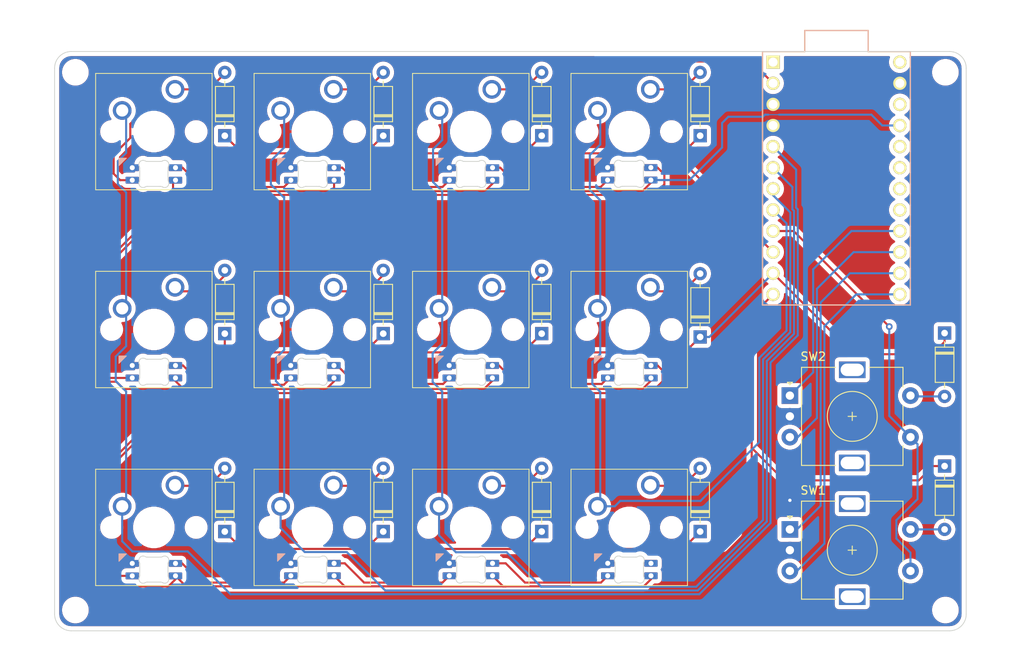
<source format=kicad_pcb>
(kicad_pcb (version 20171130) (host pcbnew "(5.1.10)-1")
  (layers (0 F.Cu signal) (31 B.Cu signal) (34 B.Paste user) (35 F.Paste user) (36 B.SilkS user) (37 F.SilkS user) (38 B.Mask user) (39 F.Mask user) (44 Edge.Cuts user))
  (net 0 "")
  (net 1 col0)
  (net 2 col1)
  (net 3 col2)
  (net 4 col3)
  (net 5 row0)
  (net 6 row1)
  (net 7 row2)
  (net 8 "Net-(D_0-Pad2)")
  (net 9 "Net-(D_1-Pad2)")
  (net 10 "Net-(D_2-Pad2)")
  (net 11 "Net-(D_3-Pad2)")
  (net 12 "Net-(D_4-Pad2)")
  (net 13 "Net-(D_5-Pad2)")
  (net 14 "Net-(D_6-Pad2)")
  (net 15 "Net-(D_7-Pad2)")
  (net 16 "Net-(D_8-Pad2)")
  (net 17 "Net-(D_9-Pad2)")
  (net 18 "Net-(D_10-Pad2)")
  (net 19 "Net-(D_11-Pad2)")
  (net 20 GND)
  (net 21 LEDDINPIN)
  (net 22 VBUS)
  (net 23 "Net-(D10-Pad2)")
  (net 24 "Net-(D10-Pad4)")
  (net 25 "Net-(D1-Pad2)")
  (net 26 "Net-(D2-Pad2)")
  (net 27 "Net-(D3-Pad2)")
  (net 28 "Net-(D4-Pad2)")
  (net 29 "Net-(D5-Pad2)")
  (net 30 "Net-(D6-Pad2)")
  (net 31 "Net-(D7-Pad2)")
  (net 32 "Net-(D8-Pad2)")
  (net 33 "Net-(D11-Pad2)")
  (net 34 "Net-(D_14-Pad2)")
  (net 35 col4)
  (net 36 "Net-(D_13-Pad2)")
  (net 37 ROTA1)
  (net 38 ROTB1)
  (net 39 ROTA2)
  (net 40 ROTB2)
  (module Rotary_Encoder:RotaryEncoder_Alps_EC11E-Switch_Vertical_H20mm (layer F.Cu) (at 151.8 80.2)
    (fp_text reference SW2 (at 2.8 -4.7) (layer F.SilkS))
    (fp_text value Rotary_Encoder_Switch)
    (pad A thru_hole rect (at 0 0) (size 2 2) (drill 1) (layers *.Cu *.Mask) (net 39 ROTA2))
    (pad C thru_hole circle (at 0 2.5) (size 2 2) (drill 1) (layers *.Cu *.Mask) (net 20 GND))
    (pad B thru_hole circle (at 0 5) (size 2 2) (drill 1) (layers *.Cu *.Mask) (net 40 ROTB2))
    (pad MP thru_hole rect (at 7.5 -3.1) (size 3.2 2) (drill oval 2.8 1.5) (layers *.Cu *.Mask))
    (pad MP thru_hole rect (at 7.5 8.1) (size 3.2 2) (drill oval 2.8 1.5) (layers *.Cu *.Mask))
    (pad S2 thru_hole circle (at 14.5 0) (size 2 2) (drill 1) (layers *.Cu *.Mask) (net 36 "Net-(D_13-Pad2)"))
    (pad S1 thru_hole circle (at 14.5 5) (size 2 2) (drill 1) (layers *.Cu *.Mask) (net 35 col4))
  )
  (module Diode_THT:D_DO-35_SOD27_P7.62mm_Horizontal (layer F.Cu) (at 170.4 72.68 270)
    (fp_text reference D_13)
    (fp_text value D)
    (pad 2 thru_hole oval (at 7.62 0 270) (size 1.6 1.6) (drill 0.8) (layers *.Cu *.Mask) (net 36 "Net-(D_13-Pad2)"))
    (pad 1 thru_hole rect (at 0 0 270) (size 1.6 1.6) (drill 0.8) (layers *.Cu *.Mask) (net 6 row1))
  )
  (module promicro:ProMicro (layer F.Cu) (at 157.4 54.05 270)
    (fp_text reference U1 hide)
    (fp_text value ProMicro)
    (pad 24 thru_hole circle (at -13.97 -7.62 270) (size 1.6 1.6) (drill 1.1) (layers *.Cu *.Mask F.SilkS))
    (pad 23 thru_hole circle (at -11.43 -7.62 270) (size 1.6 1.6) (drill 1.1) (layers *.Cu *.Mask F.SilkS) (net 20 GND))
    (pad 22 thru_hole circle (at -8.89 -7.62 270) (size 1.6 1.6) (drill 1.1) (layers *.Cu *.Mask F.SilkS))
    (pad 21 thru_hole circle (at -6.35 -7.62 270) (size 1.6 1.6) (drill 1.1) (layers *.Cu *.Mask F.SilkS) (net 22 VBUS))
    (pad 20 thru_hole circle (at -3.81 -7.62 270) (size 1.6 1.6) (drill 1.1) (layers *.Cu *.Mask F.SilkS))
    (pad 19 thru_hole circle (at -1.27 -7.62 270) (size 1.6 1.6) (drill 1.1) (layers *.Cu *.Mask F.SilkS))
    (pad 18 thru_hole circle (at 1.27 -7.62 270) (size 1.6 1.6) (drill 1.1) (layers *.Cu *.Mask F.SilkS))
    (pad 17 thru_hole circle (at 3.81 -7.62 270) (size 1.6 1.6) (drill 1.1) (layers *.Cu *.Mask F.SilkS))
    (pad 16 thru_hole circle (at 6.35 -7.62 270) (size 1.6 1.6) (drill 1.1) (layers *.Cu *.Mask F.SilkS) (net 39 ROTA2))
    (pad 15 thru_hole circle (at 8.89 -7.62 270) (size 1.6 1.6) (drill 1.1) (layers *.Cu *.Mask F.SilkS) (net 40 ROTB2))
    (pad 14 thru_hole circle (at 11.43 -7.62 270) (size 1.6 1.6) (drill 1.1) (layers *.Cu *.Mask F.SilkS) (net 37 ROTA1))
    (pad 13 thru_hole circle (at 13.97 -7.62 270) (size 1.6 1.6) (drill 1.1) (layers *.Cu *.Mask F.SilkS) (net 38 ROTB1))
    (pad 12 thru_hole circle (at 13.97 7.62 270) (size 1.6 1.6) (drill 1.1) (layers *.Cu *.Mask F.SilkS) (net 7 row2))
    (pad 11 thru_hole circle (at 11.43 7.62 270) (size 1.6 1.6) (drill 1.1) (layers *.Cu *.Mask F.SilkS) (net 6 row1))
    (pad 10 thru_hole circle (at 8.89 7.62 270) (size 1.6 1.6) (drill 1.1) (layers *.Cu *.Mask F.SilkS) (net 5 row0))
    (pad 9 thru_hole circle (at 6.35 7.62 270) (size 1.6 1.6) (drill 1.1) (layers *.Cu *.Mask F.SilkS) (net 35 col4))
    (pad 8 thru_hole circle (at 3.81 7.62 270) (size 1.6 1.6) (drill 1.1) (layers *.Cu *.Mask F.SilkS) (net 4 col3))
    (pad 7 thru_hole circle (at 1.27 7.62 270) (size 1.6 1.6) (drill 1.1) (layers *.Cu *.Mask F.SilkS) (net 3 col2))
    (pad 6 thru_hole circle (at -1.27 7.62 270) (size 1.6 1.6) (drill 1.1) (layers *.Cu *.Mask F.SilkS) (net 2 col1))
    (pad 5 thru_hole circle (at -3.81 7.62 270) (size 1.6 1.6) (drill 1.1) (layers *.Cu *.Mask F.SilkS) (net 1 col0))
    (pad 4 thru_hole circle (at -6.35 7.62 270) (size 1.6 1.6) (drill 1.1) (layers *.Cu *.Mask F.SilkS) (net 20 GND))
    (pad 3 thru_hole circle (at -8.89 7.62 270) (size 1.6 1.6) (drill 1.1) (layers *.Cu *.Mask F.SilkS) (net 20 GND))
    (pad 2 thru_hole circle (at -11.43 7.62 270) (size 1.6 1.6) (drill 1.1) (layers *.Cu *.Mask F.SilkS) (net 21 LEDDINPIN))
    (pad 1 thru_hole rect (at -13.97 7.62 270) (size 1.6 1.6) (drill 1.1) (layers *.Cu *.Mask F.SilkS))
  )
  (module Diode_THT:D_DO-35_SOD27_P7.62mm_Horizontal (layer F.Cu) (at 170.4 88.68 270)
    (fp_text reference D_14)
    (fp_text value D)
    (pad 2 thru_hole oval (at 7.62 0 270) (size 1.6 1.6) (drill 0.8) (layers *.Cu *.Mask) (net 34 "Net-(D_14-Pad2)"))
    (pad 1 thru_hole rect (at 0 0 270) (size 1.6 1.6) (drill 0.8) (layers *.Cu *.Mask) (net 7 row2))
  )
  (module Rotary_Encoder:RotaryEncoder_Alps_EC11E-Switch_Vertical_H20mm (layer F.Cu) (at 151.8 96.3)
    (fp_text reference SW1 (at 2.8 -4.7) (layer F.SilkS))
    (fp_text value Rotary_Encoder_Switch)
    (pad A thru_hole rect (at 0 0) (size 2 2) (drill 1) (layers *.Cu *.Mask) (net 37 ROTA1))
    (pad C thru_hole circle (at 0 2.5) (size 2 2) (drill 1) (layers *.Cu *.Mask) (net 20 GND))
    (pad B thru_hole circle (at 0 5) (size 2 2) (drill 1) (layers *.Cu *.Mask) (net 38 ROTB1))
    (pad MP thru_hole rect (at 7.5 -3.1) (size 3.2 2) (drill oval 2.8 1.5) (layers *.Cu *.Mask))
    (pad MP thru_hole rect (at 7.5 8.1) (size 3.2 2) (drill oval 2.8 1.5) (layers *.Cu *.Mask))
    (pad S2 thru_hole circle (at 14.5 0) (size 2 2) (drill 1) (layers *.Cu *.Mask) (net 34 "Net-(D_14-Pad2)"))
    (pad S1 thru_hole circle (at 14.5 5) (size 2 2) (drill 1) (layers *.Cu *.Mask) (net 35 col4))
  )
  (module sk6812mini:MX_SK6812MINI-E_REV (layer F.Cu) (at 94.4 96.05)
    (fp_text reference D10 hide)
    (fp_text value SK6812MINI-E)
    (fp_line (start 1.699999 4.377158) (end 1.699999 5.782842) (layer Edge.Cuts) (width 0.1))
    (fp_line (start 0.794452 6.579999) (end -0.794453 6.579999) (layer Edge.Cuts) (width 0.1))
    (fp_line (start -1.699999 5.782842) (end -1.699999 4.377158) (layer Edge.Cuts) (width 0.1))
    (fp_line (start -0.794452 3.58) (end 0.794452 3.58) (layer Edge.Cuts) (width 0.1))
    (fp_arc (start 1.298969 3.943403) (end 1.749484 4.16028) (angle -146.0053744) (layer Edge.Cuts) (width 0.1))
    (fp_arc (start 2.199999 4.377158) (end 1.749484 4.16028) (angle -25.70611205) (layer Edge.Cuts) (width 0.1))
    (fp_arc (start 2.199999 5.782842) (end 1.699999 5.782842) (angle -25.70611954) (layer Edge.Cuts) (width 0.1))
    (fp_arc (start 1.298969 6.216598) (end 1.046711 6.648299) (angle -146.0054017) (layer Edge.Cuts) (width 0.1))
    (fp_arc (start 0.794452 7.079999) (end 1.046711 6.648299) (angle -30.29928212) (layer Edge.Cuts) (width 0.1))
    (fp_arc (start -0.794453 7.079999) (end -0.794453 6.579999) (angle -30.29922831) (layer Edge.Cuts) (width 0.1))
    (fp_arc (start -1.298969 6.216597) (end -1.749484 5.99972) (angle -146.0053097) (layer Edge.Cuts) (width 0.1))
    (fp_arc (start -2.199999 5.782842) (end -1.749484 5.99972) (angle -25.70608136) (layer Edge.Cuts) (width 0.1))
    (fp_arc (start -2.199999 4.377158) (end -1.699999 4.377158) (angle -25.70617777) (layer Edge.Cuts) (width 0.1))
    (fp_arc (start -1.298969 3.943402) (end -1.046711 3.511701) (angle -146.0055121) (layer Edge.Cuts) (width 0.1))
    (fp_arc (start -0.794452 3.08) (end -1.046711 3.511701) (angle -30.29933433) (layer Edge.Cuts) (width 0.1))
    (fp_arc (start 0.794452 3.08) (end 0.794452 3.58) (angle -30.2992623) (layer Edge.Cuts) (width 0.1))
    (pad 1 thru_hole roundrect (at 2.6 5.83 90) (size 0.82 1.6) (drill 0.6) (layers *.Cu *.Mask) (roundrect_rratio 0.1) (net 22 VBUS))
    (pad 2 thru_hole roundrect (at 2.6 4.33 90) (size 0.82 1.6) (drill 0.6) (layers *.Cu *.Mask) (roundrect_rratio 0.1) (net 23 "Net-(D10-Pad2)"))
    (pad 4 thru_hole roundrect (at -2.6 5.83 90) (size 0.82 1.6) (drill 0.6) (layers *.Cu *.Mask) (roundrect_rratio 0.1) (net 24 "Net-(D10-Pad4)"))
    (pad 3 thru_hole roundrect (at -2.6 4.33 90) (size 0.82 1.6) (drill 0.6) (layers *.Cu *.Mask) (roundrect_rratio 0.1) (net 20 GND))
  )
  (module MX_Only:MXOnly-1U-NoLED (layer F.Cu) (at 132.485 96.06)
    (fp_text reference K_11)
    (fp_text value KEYSW hide)
    (pad 2 thru_hole circle (at 2.54 -5.08) (size 2.25 2.25) (drill 1.47) (layers *.Cu B.Mask) (net 19 "Net-(D_11-Pad2)"))
    (pad "" np_thru_hole circle (at 0 0) (size 3.9878 3.9878) (drill 3.9878) (layers *.Cu *.Mask))
    (pad 1 thru_hole circle (at -3.81 -2.54) (size 2.25 2.25) (drill 1.47) (layers *.Cu B.Mask) (net 4 col3))
    (pad "" np_thru_hole circle (at -5.08 0 48.0996) (size 1.75 1.75) (drill 1.75) (layers *.Cu *.Mask))
    (pad "" np_thru_hole circle (at 5.08 0 48.0996) (size 1.75 1.75) (drill 1.75) (layers *.Cu *.Mask))
  )
  (module sk6812mini:MX_SK6812MINI-E_REV (layer F.Cu) (at 132.5 96.05)
    (fp_text reference D12 hide)
    (fp_text value SK6812MINI-E)
    (fp_line (start -0.794452 3.58) (end 0.794452 3.58) (layer Edge.Cuts) (width 0.1))
    (fp_line (start -1.699999 5.782842) (end -1.699999 4.377158) (layer Edge.Cuts) (width 0.1))
    (fp_line (start 0.794452 6.579999) (end -0.794453 6.579999) (layer Edge.Cuts) (width 0.1))
    (fp_line (start 1.699999 4.377158) (end 1.699999 5.782842) (layer Edge.Cuts) (width 0.1))
    (fp_arc (start 0.794452 3.08) (end 0.794452 3.58) (angle -30.2992623) (layer Edge.Cuts) (width 0.1))
    (fp_arc (start -0.794452 3.08) (end -1.046711 3.511701) (angle -30.29933433) (layer Edge.Cuts) (width 0.1))
    (fp_arc (start -1.298969 3.943402) (end -1.046711 3.511701) (angle -146.0055121) (layer Edge.Cuts) (width 0.1))
    (fp_arc (start -2.199999 4.377158) (end -1.699999 4.377158) (angle -25.70617777) (layer Edge.Cuts) (width 0.1))
    (fp_arc (start -2.199999 5.782842) (end -1.749484 5.99972) (angle -25.70608136) (layer Edge.Cuts) (width 0.1))
    (fp_arc (start -1.298969 6.216597) (end -1.749484 5.99972) (angle -146.0053097) (layer Edge.Cuts) (width 0.1))
    (fp_arc (start -0.794453 7.079999) (end -0.794453 6.579999) (angle -30.29922831) (layer Edge.Cuts) (width 0.1))
    (fp_arc (start 0.794452 7.079999) (end 1.046711 6.648299) (angle -30.29928212) (layer Edge.Cuts) (width 0.1))
    (fp_arc (start 1.298969 6.216598) (end 1.046711 6.648299) (angle -146.0054017) (layer Edge.Cuts) (width 0.1))
    (fp_arc (start 2.199999 5.782842) (end 1.699999 5.782842) (angle -25.70611954) (layer Edge.Cuts) (width 0.1))
    (fp_arc (start 2.199999 4.377158) (end 1.749484 4.16028) (angle -25.70611205) (layer Edge.Cuts) (width 0.1))
    (fp_arc (start 1.298969 3.943403) (end 1.749484 4.16028) (angle -146.0053744) (layer Edge.Cuts) (width 0.1))
    (pad 3 thru_hole roundrect (at -2.6 4.33 90) (size 0.82 1.6) (drill 0.6) (layers *.Cu *.Mask) (roundrect_rratio 0.1) (net 20 GND))
    (pad 4 thru_hole roundrect (at -2.6 5.83 90) (size 0.82 1.6) (drill 0.6) (layers *.Cu *.Mask) (roundrect_rratio 0.1) (net 33 "Net-(D11-Pad2)"))
    (pad 2 thru_hole roundrect (at 2.6 4.33 90) (size 0.82 1.6) (drill 0.6) (layers *.Cu *.Mask) (roundrect_rratio 0.1))
    (pad 1 thru_hole roundrect (at 2.6 5.83 90) (size 0.82 1.6) (drill 0.6) (layers *.Cu *.Mask) (roundrect_rratio 0.1) (net 22 VBUS))
  )
  (module sk6812mini:MX_SK6812MINI-E_REV (layer F.Cu) (at 113.45 96.05)
    (fp_text reference D11 hide)
    (fp_text value SK6812MINI-E)
    (fp_line (start -0.794452 3.58) (end 0.794452 3.58) (layer Edge.Cuts) (width 0.1))
    (fp_line (start -1.699999 5.782842) (end -1.699999 4.377158) (layer Edge.Cuts) (width 0.1))
    (fp_line (start 0.794452 6.579999) (end -0.794453 6.579999) (layer Edge.Cuts) (width 0.1))
    (fp_line (start 1.699999 4.377158) (end 1.699999 5.782842) (layer Edge.Cuts) (width 0.1))
    (fp_arc (start 0.794452 3.08) (end 0.794452 3.58) (angle -30.2992623) (layer Edge.Cuts) (width 0.1))
    (fp_arc (start -0.794452 3.08) (end -1.046711 3.511701) (angle -30.29933433) (layer Edge.Cuts) (width 0.1))
    (fp_arc (start -1.298969 3.943402) (end -1.046711 3.511701) (angle -146.0055121) (layer Edge.Cuts) (width 0.1))
    (fp_arc (start -2.199999 4.377158) (end -1.699999 4.377158) (angle -25.70617777) (layer Edge.Cuts) (width 0.1))
    (fp_arc (start -2.199999 5.782842) (end -1.749484 5.99972) (angle -25.70608136) (layer Edge.Cuts) (width 0.1))
    (fp_arc (start -1.298969 6.216597) (end -1.749484 5.99972) (angle -146.0053097) (layer Edge.Cuts) (width 0.1))
    (fp_arc (start -0.794453 7.079999) (end -0.794453 6.579999) (angle -30.29922831) (layer Edge.Cuts) (width 0.1))
    (fp_arc (start 0.794452 7.079999) (end 1.046711 6.648299) (angle -30.29928212) (layer Edge.Cuts) (width 0.1))
    (fp_arc (start 1.298969 6.216598) (end 1.046711 6.648299) (angle -146.0054017) (layer Edge.Cuts) (width 0.1))
    (fp_arc (start 2.199999 5.782842) (end 1.699999 5.782842) (angle -25.70611954) (layer Edge.Cuts) (width 0.1))
    (fp_arc (start 2.199999 4.377158) (end 1.749484 4.16028) (angle -25.70611205) (layer Edge.Cuts) (width 0.1))
    (fp_arc (start 1.298969 3.943403) (end 1.749484 4.16028) (angle -146.0053744) (layer Edge.Cuts) (width 0.1))
    (pad 3 thru_hole roundrect (at -2.6 4.33 90) (size 0.82 1.6) (drill 0.6) (layers *.Cu *.Mask) (roundrect_rratio 0.1) (net 20 GND))
    (pad 4 thru_hole roundrect (at -2.6 5.83 90) (size 0.82 1.6) (drill 0.6) (layers *.Cu *.Mask) (roundrect_rratio 0.1) (net 23 "Net-(D10-Pad2)"))
    (pad 2 thru_hole roundrect (at 2.6 4.33 90) (size 0.82 1.6) (drill 0.6) (layers *.Cu *.Mask) (roundrect_rratio 0.1) (net 33 "Net-(D11-Pad2)"))
    (pad 1 thru_hole roundrect (at 2.6 5.83 90) (size 0.82 1.6) (drill 0.6) (layers *.Cu *.Mask) (roundrect_rratio 0.1) (net 22 VBUS))
  )
  (module sk6812mini:MX_SK6812MINI-E_REV (layer F.Cu) (at 75.335 96.06)
    (fp_text reference D9 hide)
    (fp_text value SK6812MINI-E)
    (fp_line (start -0.794452 3.58) (end 0.794452 3.58) (layer Edge.Cuts) (width 0.1))
    (fp_line (start -1.699999 5.782842) (end -1.699999 4.377158) (layer Edge.Cuts) (width 0.1))
    (fp_line (start 0.794452 6.579999) (end -0.794453 6.579999) (layer Edge.Cuts) (width 0.1))
    (fp_line (start 1.699999 4.377158) (end 1.699999 5.782842) (layer Edge.Cuts) (width 0.1))
    (fp_arc (start 0.794452 3.08) (end 0.794452 3.58) (angle -30.2992623) (layer Edge.Cuts) (width 0.1))
    (fp_arc (start -0.794452 3.08) (end -1.046711 3.511701) (angle -30.29933433) (layer Edge.Cuts) (width 0.1))
    (fp_arc (start -1.298969 3.943402) (end -1.046711 3.511701) (angle -146.0055121) (layer Edge.Cuts) (width 0.1))
    (fp_arc (start -2.199999 4.377158) (end -1.699999 4.377158) (angle -25.70617777) (layer Edge.Cuts) (width 0.1))
    (fp_arc (start -2.199999 5.782842) (end -1.749484 5.99972) (angle -25.70608136) (layer Edge.Cuts) (width 0.1))
    (fp_arc (start -1.298969 6.216597) (end -1.749484 5.99972) (angle -146.0053097) (layer Edge.Cuts) (width 0.1))
    (fp_arc (start -0.794453 7.079999) (end -0.794453 6.579999) (angle -30.29922831) (layer Edge.Cuts) (width 0.1))
    (fp_arc (start 0.794452 7.079999) (end 1.046711 6.648299) (angle -30.29928212) (layer Edge.Cuts) (width 0.1))
    (fp_arc (start 1.298969 6.216598) (end 1.046711 6.648299) (angle -146.0054017) (layer Edge.Cuts) (width 0.1))
    (fp_arc (start 2.199999 5.782842) (end 1.699999 5.782842) (angle -25.70611954) (layer Edge.Cuts) (width 0.1))
    (fp_arc (start 2.199999 4.377158) (end 1.749484 4.16028) (angle -25.70611205) (layer Edge.Cuts) (width 0.1))
    (fp_arc (start 1.298969 3.943403) (end 1.749484 4.16028) (angle -146.0053744) (layer Edge.Cuts) (width 0.1))
    (pad 3 thru_hole roundrect (at -2.6 4.33 90) (size 0.82 1.6) (drill 0.6) (layers *.Cu *.Mask) (roundrect_rratio 0.1) (net 20 GND))
    (pad 4 thru_hole roundrect (at -2.6 5.83 90) (size 0.82 1.6) (drill 0.6) (layers *.Cu *.Mask) (roundrect_rratio 0.1) (net 32 "Net-(D8-Pad2)"))
    (pad 2 thru_hole roundrect (at 2.6 4.33 90) (size 0.82 1.6) (drill 0.6) (layers *.Cu *.Mask) (roundrect_rratio 0.1) (net 24 "Net-(D10-Pad4)"))
    (pad 1 thru_hole roundrect (at 2.6 5.83 90) (size 0.82 1.6) (drill 0.6) (layers *.Cu *.Mask) (roundrect_rratio 0.1) (net 22 VBUS))
  )
  (module sk6812mini:MX_SK6812MINI-E_REV (layer F.Cu) (at 132.5 72.25)
    (fp_text reference D8 hide)
    (fp_text value SK6812MINI-E)
    (fp_line (start -0.794452 3.58) (end 0.794452 3.58) (layer Edge.Cuts) (width 0.1))
    (fp_line (start -1.699999 5.782842) (end -1.699999 4.377158) (layer Edge.Cuts) (width 0.1))
    (fp_line (start 0.794452 6.579999) (end -0.794453 6.579999) (layer Edge.Cuts) (width 0.1))
    (fp_line (start 1.699999 4.377158) (end 1.699999 5.782842) (layer Edge.Cuts) (width 0.1))
    (fp_arc (start 0.794452 3.08) (end 0.794452 3.58) (angle -30.2992623) (layer Edge.Cuts) (width 0.1))
    (fp_arc (start -0.794452 3.08) (end -1.046711 3.511701) (angle -30.29933433) (layer Edge.Cuts) (width 0.1))
    (fp_arc (start -1.298969 3.943402) (end -1.046711 3.511701) (angle -146.0055121) (layer Edge.Cuts) (width 0.1))
    (fp_arc (start -2.199999 4.377158) (end -1.699999 4.377158) (angle -25.70617777) (layer Edge.Cuts) (width 0.1))
    (fp_arc (start -2.199999 5.782842) (end -1.749484 5.99972) (angle -25.70608136) (layer Edge.Cuts) (width 0.1))
    (fp_arc (start -1.298969 6.216597) (end -1.749484 5.99972) (angle -146.0053097) (layer Edge.Cuts) (width 0.1))
    (fp_arc (start -0.794453 7.079999) (end -0.794453 6.579999) (angle -30.29922831) (layer Edge.Cuts) (width 0.1))
    (fp_arc (start 0.794452 7.079999) (end 1.046711 6.648299) (angle -30.29928212) (layer Edge.Cuts) (width 0.1))
    (fp_arc (start 1.298969 6.216598) (end 1.046711 6.648299) (angle -146.0054017) (layer Edge.Cuts) (width 0.1))
    (fp_arc (start 2.199999 5.782842) (end 1.699999 5.782842) (angle -25.70611954) (layer Edge.Cuts) (width 0.1))
    (fp_arc (start 2.199999 4.377158) (end 1.749484 4.16028) (angle -25.70611205) (layer Edge.Cuts) (width 0.1))
    (fp_arc (start 1.298969 3.943403) (end 1.749484 4.16028) (angle -146.0053744) (layer Edge.Cuts) (width 0.1))
    (pad 3 thru_hole roundrect (at -2.6 4.33 90) (size 0.82 1.6) (drill 0.6) (layers *.Cu *.Mask) (roundrect_rratio 0.1) (net 20 GND))
    (pad 4 thru_hole roundrect (at -2.6 5.83 90) (size 0.82 1.6) (drill 0.6) (layers *.Cu *.Mask) (roundrect_rratio 0.1) (net 31 "Net-(D7-Pad2)"))
    (pad 2 thru_hole roundrect (at 2.6 4.33 90) (size 0.82 1.6) (drill 0.6) (layers *.Cu *.Mask) (roundrect_rratio 0.1) (net 32 "Net-(D8-Pad2)"))
    (pad 1 thru_hole roundrect (at 2.6 5.83 90) (size 0.82 1.6) (drill 0.6) (layers *.Cu *.Mask) (roundrect_rratio 0.1) (net 22 VBUS))
  )
  (module sk6812mini:MX_SK6812MINI-E_REV (layer F.Cu) (at 113.435 72.2475)
    (fp_text reference D7 hide)
    (fp_text value SK6812MINI-E)
    (fp_line (start -0.794452 3.58) (end 0.794452 3.58) (layer Edge.Cuts) (width 0.1))
    (fp_line (start -1.699999 5.782842) (end -1.699999 4.377158) (layer Edge.Cuts) (width 0.1))
    (fp_line (start 0.794452 6.579999) (end -0.794453 6.579999) (layer Edge.Cuts) (width 0.1))
    (fp_line (start 1.699999 4.377158) (end 1.699999 5.782842) (layer Edge.Cuts) (width 0.1))
    (fp_arc (start 0.794452 3.08) (end 0.794452 3.58) (angle -30.2992623) (layer Edge.Cuts) (width 0.1))
    (fp_arc (start -0.794452 3.08) (end -1.046711 3.511701) (angle -30.29933433) (layer Edge.Cuts) (width 0.1))
    (fp_arc (start -1.298969 3.943402) (end -1.046711 3.511701) (angle -146.0055121) (layer Edge.Cuts) (width 0.1))
    (fp_arc (start -2.199999 4.377158) (end -1.699999 4.377158) (angle -25.70617777) (layer Edge.Cuts) (width 0.1))
    (fp_arc (start -2.199999 5.782842) (end -1.749484 5.99972) (angle -25.70608136) (layer Edge.Cuts) (width 0.1))
    (fp_arc (start -1.298969 6.216597) (end -1.749484 5.99972) (angle -146.0053097) (layer Edge.Cuts) (width 0.1))
    (fp_arc (start -0.794453 7.079999) (end -0.794453 6.579999) (angle -30.29922831) (layer Edge.Cuts) (width 0.1))
    (fp_arc (start 0.794452 7.079999) (end 1.046711 6.648299) (angle -30.29928212) (layer Edge.Cuts) (width 0.1))
    (fp_arc (start 1.298969 6.216598) (end 1.046711 6.648299) (angle -146.0054017) (layer Edge.Cuts) (width 0.1))
    (fp_arc (start 2.199999 5.782842) (end 1.699999 5.782842) (angle -25.70611954) (layer Edge.Cuts) (width 0.1))
    (fp_arc (start 2.199999 4.377158) (end 1.749484 4.16028) (angle -25.70611205) (layer Edge.Cuts) (width 0.1))
    (fp_arc (start 1.298969 3.943403) (end 1.749484 4.16028) (angle -146.0053744) (layer Edge.Cuts) (width 0.1))
    (pad 3 thru_hole roundrect (at -2.6 4.33 90) (size 0.82 1.6) (drill 0.6) (layers *.Cu *.Mask) (roundrect_rratio 0.1) (net 20 GND))
    (pad 4 thru_hole roundrect (at -2.6 5.83 90) (size 0.82 1.6) (drill 0.6) (layers *.Cu *.Mask) (roundrect_rratio 0.1) (net 30 "Net-(D6-Pad2)"))
    (pad 2 thru_hole roundrect (at 2.6 4.33 90) (size 0.82 1.6) (drill 0.6) (layers *.Cu *.Mask) (roundrect_rratio 0.1) (net 31 "Net-(D7-Pad2)"))
    (pad 1 thru_hole roundrect (at 2.6 5.83 90) (size 0.82 1.6) (drill 0.6) (layers *.Cu *.Mask) (roundrect_rratio 0.1) (net 22 VBUS))
  )
  (module sk6812mini:MX_SK6812MINI-E_REV (layer F.Cu) (at 94.385 72.2475)
    (fp_text reference D6 hide)
    (fp_text value SK6812MINI-E)
    (fp_line (start -0.794452 3.58) (end 0.794452 3.58) (layer Edge.Cuts) (width 0.1))
    (fp_line (start -1.699999 5.782842) (end -1.699999 4.377158) (layer Edge.Cuts) (width 0.1))
    (fp_line (start 0.794452 6.579999) (end -0.794453 6.579999) (layer Edge.Cuts) (width 0.1))
    (fp_line (start 1.699999 4.377158) (end 1.699999 5.782842) (layer Edge.Cuts) (width 0.1))
    (fp_arc (start 0.794452 3.08) (end 0.794452 3.58) (angle -30.2992623) (layer Edge.Cuts) (width 0.1))
    (fp_arc (start -0.794452 3.08) (end -1.046711 3.511701) (angle -30.29933433) (layer Edge.Cuts) (width 0.1))
    (fp_arc (start -1.298969 3.943402) (end -1.046711 3.511701) (angle -146.0055121) (layer Edge.Cuts) (width 0.1))
    (fp_arc (start -2.199999 4.377158) (end -1.699999 4.377158) (angle -25.70617777) (layer Edge.Cuts) (width 0.1))
    (fp_arc (start -2.199999 5.782842) (end -1.749484 5.99972) (angle -25.70608136) (layer Edge.Cuts) (width 0.1))
    (fp_arc (start -1.298969 6.216597) (end -1.749484 5.99972) (angle -146.0053097) (layer Edge.Cuts) (width 0.1))
    (fp_arc (start -0.794453 7.079999) (end -0.794453 6.579999) (angle -30.29922831) (layer Edge.Cuts) (width 0.1))
    (fp_arc (start 0.794452 7.079999) (end 1.046711 6.648299) (angle -30.29928212) (layer Edge.Cuts) (width 0.1))
    (fp_arc (start 1.298969 6.216598) (end 1.046711 6.648299) (angle -146.0054017) (layer Edge.Cuts) (width 0.1))
    (fp_arc (start 2.199999 5.782842) (end 1.699999 5.782842) (angle -25.70611954) (layer Edge.Cuts) (width 0.1))
    (fp_arc (start 2.199999 4.377158) (end 1.749484 4.16028) (angle -25.70611205) (layer Edge.Cuts) (width 0.1))
    (fp_arc (start 1.298969 3.943403) (end 1.749484 4.16028) (angle -146.0053744) (layer Edge.Cuts) (width 0.1))
    (pad 3 thru_hole roundrect (at -2.6 4.33 90) (size 0.82 1.6) (drill 0.6) (layers *.Cu *.Mask) (roundrect_rratio 0.1) (net 20 GND))
    (pad 4 thru_hole roundrect (at -2.6 5.83 90) (size 0.82 1.6) (drill 0.6) (layers *.Cu *.Mask) (roundrect_rratio 0.1) (net 29 "Net-(D5-Pad2)"))
    (pad 2 thru_hole roundrect (at 2.6 4.33 90) (size 0.82 1.6) (drill 0.6) (layers *.Cu *.Mask) (roundrect_rratio 0.1) (net 30 "Net-(D6-Pad2)"))
    (pad 1 thru_hole roundrect (at 2.6 5.83 90) (size 0.82 1.6) (drill 0.6) (layers *.Cu *.Mask) (roundrect_rratio 0.1) (net 22 VBUS))
  )
  (module sk6812mini:MX_SK6812MINI-E_REV (layer F.Cu) (at 75.335 72.2475)
    (fp_text reference D5 hide)
    (fp_text value SK6812MINI-E)
    (fp_line (start -0.794452 3.58) (end 0.794452 3.58) (layer Edge.Cuts) (width 0.1))
    (fp_line (start -1.699999 5.782842) (end -1.699999 4.377158) (layer Edge.Cuts) (width 0.1))
    (fp_line (start 0.794452 6.579999) (end -0.794453 6.579999) (layer Edge.Cuts) (width 0.1))
    (fp_line (start 1.699999 4.377158) (end 1.699999 5.782842) (layer Edge.Cuts) (width 0.1))
    (fp_arc (start 0.794452 3.08) (end 0.794452 3.58) (angle -30.2992623) (layer Edge.Cuts) (width 0.1))
    (fp_arc (start -0.794452 3.08) (end -1.046711 3.511701) (angle -30.29933433) (layer Edge.Cuts) (width 0.1))
    (fp_arc (start -1.298969 3.943402) (end -1.046711 3.511701) (angle -146.0055121) (layer Edge.Cuts) (width 0.1))
    (fp_arc (start -2.199999 4.377158) (end -1.699999 4.377158) (angle -25.70617777) (layer Edge.Cuts) (width 0.1))
    (fp_arc (start -2.199999 5.782842) (end -1.749484 5.99972) (angle -25.70608136) (layer Edge.Cuts) (width 0.1))
    (fp_arc (start -1.298969 6.216597) (end -1.749484 5.99972) (angle -146.0053097) (layer Edge.Cuts) (width 0.1))
    (fp_arc (start -0.794453 7.079999) (end -0.794453 6.579999) (angle -30.29922831) (layer Edge.Cuts) (width 0.1))
    (fp_arc (start 0.794452 7.079999) (end 1.046711 6.648299) (angle -30.29928212) (layer Edge.Cuts) (width 0.1))
    (fp_arc (start 1.298969 6.216598) (end 1.046711 6.648299) (angle -146.0054017) (layer Edge.Cuts) (width 0.1))
    (fp_arc (start 2.199999 5.782842) (end 1.699999 5.782842) (angle -25.70611954) (layer Edge.Cuts) (width 0.1))
    (fp_arc (start 2.199999 4.377158) (end 1.749484 4.16028) (angle -25.70611205) (layer Edge.Cuts) (width 0.1))
    (fp_arc (start 1.298969 3.943403) (end 1.749484 4.16028) (angle -146.0053744) (layer Edge.Cuts) (width 0.1))
    (pad 3 thru_hole roundrect (at -2.6 4.33 90) (size 0.82 1.6) (drill 0.6) (layers *.Cu *.Mask) (roundrect_rratio 0.1) (net 20 GND))
    (pad 4 thru_hole roundrect (at -2.6 5.83 90) (size 0.82 1.6) (drill 0.6) (layers *.Cu *.Mask) (roundrect_rratio 0.1) (net 28 "Net-(D4-Pad2)"))
    (pad 2 thru_hole roundrect (at 2.6 4.33 90) (size 0.82 1.6) (drill 0.6) (layers *.Cu *.Mask) (roundrect_rratio 0.1) (net 29 "Net-(D5-Pad2)"))
    (pad 1 thru_hole roundrect (at 2.6 5.83 90) (size 0.82 1.6) (drill 0.6) (layers *.Cu *.Mask) (roundrect_rratio 0.1) (net 22 VBUS))
  )
  (module sk6812mini:MX_SK6812MINI-E_REV (layer F.Cu) (at 132.485 48.435)
    (fp_text reference D4 hide)
    (fp_text value SK6812MINI-E)
    (fp_line (start -0.794452 3.58) (end 0.794452 3.58) (layer Edge.Cuts) (width 0.1))
    (fp_line (start -1.699999 5.782842) (end -1.699999 4.377158) (layer Edge.Cuts) (width 0.1))
    (fp_line (start 0.794452 6.579999) (end -0.794453 6.579999) (layer Edge.Cuts) (width 0.1))
    (fp_line (start 1.699999 4.377158) (end 1.699999 5.782842) (layer Edge.Cuts) (width 0.1))
    (fp_arc (start 0.794452 3.08) (end 0.794452 3.58) (angle -30.2992623) (layer Edge.Cuts) (width 0.1))
    (fp_arc (start -0.794452 3.08) (end -1.046711 3.511701) (angle -30.29933433) (layer Edge.Cuts) (width 0.1))
    (fp_arc (start -1.298969 3.943402) (end -1.046711 3.511701) (angle -146.0055121) (layer Edge.Cuts) (width 0.1))
    (fp_arc (start -2.199999 4.377158) (end -1.699999 4.377158) (angle -25.70617777) (layer Edge.Cuts) (width 0.1))
    (fp_arc (start -2.199999 5.782842) (end -1.749484 5.99972) (angle -25.70608136) (layer Edge.Cuts) (width 0.1))
    (fp_arc (start -1.298969 6.216597) (end -1.749484 5.99972) (angle -146.0053097) (layer Edge.Cuts) (width 0.1))
    (fp_arc (start -0.794453 7.079999) (end -0.794453 6.579999) (angle -30.29922831) (layer Edge.Cuts) (width 0.1))
    (fp_arc (start 0.794452 7.079999) (end 1.046711 6.648299) (angle -30.29928212) (layer Edge.Cuts) (width 0.1))
    (fp_arc (start 1.298969 6.216598) (end 1.046711 6.648299) (angle -146.0054017) (layer Edge.Cuts) (width 0.1))
    (fp_arc (start 2.199999 5.782842) (end 1.699999 5.782842) (angle -25.70611954) (layer Edge.Cuts) (width 0.1))
    (fp_arc (start 2.199999 4.377158) (end 1.749484 4.16028) (angle -25.70611205) (layer Edge.Cuts) (width 0.1))
    (fp_arc (start 1.298969 3.943403) (end 1.749484 4.16028) (angle -146.0053744) (layer Edge.Cuts) (width 0.1))
    (pad 3 thru_hole roundrect (at -2.6 4.33 90) (size 0.82 1.6) (drill 0.6) (layers *.Cu *.Mask) (roundrect_rratio 0.1) (net 20 GND))
    (pad 4 thru_hole roundrect (at -2.6 5.83 90) (size 0.82 1.6) (drill 0.6) (layers *.Cu *.Mask) (roundrect_rratio 0.1) (net 27 "Net-(D3-Pad2)"))
    (pad 2 thru_hole roundrect (at 2.6 4.33 90) (size 0.82 1.6) (drill 0.6) (layers *.Cu *.Mask) (roundrect_rratio 0.1) (net 28 "Net-(D4-Pad2)"))
    (pad 1 thru_hole roundrect (at 2.6 5.83 90) (size 0.82 1.6) (drill 0.6) (layers *.Cu *.Mask) (roundrect_rratio 0.1) (net 22 VBUS))
  )
  (module sk6812mini:MX_SK6812MINI-E_REV (layer F.Cu) (at 113.45 48.45)
    (fp_text reference D3 hide)
    (fp_text value SK6812MINI-E)
    (fp_line (start -0.794452 3.58) (end 0.794452 3.58) (layer Edge.Cuts) (width 0.1))
    (fp_line (start -1.699999 5.782842) (end -1.699999 4.377158) (layer Edge.Cuts) (width 0.1))
    (fp_line (start 0.794452 6.579999) (end -0.794453 6.579999) (layer Edge.Cuts) (width 0.1))
    (fp_line (start 1.699999 4.377158) (end 1.699999 5.782842) (layer Edge.Cuts) (width 0.1))
    (fp_arc (start 0.794452 3.08) (end 0.794452 3.58) (angle -30.2992623) (layer Edge.Cuts) (width 0.1))
    (fp_arc (start -0.794452 3.08) (end -1.046711 3.511701) (angle -30.29933433) (layer Edge.Cuts) (width 0.1))
    (fp_arc (start -1.298969 3.943402) (end -1.046711 3.511701) (angle -146.0055121) (layer Edge.Cuts) (width 0.1))
    (fp_arc (start -2.199999 4.377158) (end -1.699999 4.377158) (angle -25.70617777) (layer Edge.Cuts) (width 0.1))
    (fp_arc (start -2.199999 5.782842) (end -1.749484 5.99972) (angle -25.70608136) (layer Edge.Cuts) (width 0.1))
    (fp_arc (start -1.298969 6.216597) (end -1.749484 5.99972) (angle -146.0053097) (layer Edge.Cuts) (width 0.1))
    (fp_arc (start -0.794453 7.079999) (end -0.794453 6.579999) (angle -30.29922831) (layer Edge.Cuts) (width 0.1))
    (fp_arc (start 0.794452 7.079999) (end 1.046711 6.648299) (angle -30.29928212) (layer Edge.Cuts) (width 0.1))
    (fp_arc (start 1.298969 6.216598) (end 1.046711 6.648299) (angle -146.0054017) (layer Edge.Cuts) (width 0.1))
    (fp_arc (start 2.199999 5.782842) (end 1.699999 5.782842) (angle -25.70611954) (layer Edge.Cuts) (width 0.1))
    (fp_arc (start 2.199999 4.377158) (end 1.749484 4.16028) (angle -25.70611205) (layer Edge.Cuts) (width 0.1))
    (fp_arc (start 1.298969 3.943403) (end 1.749484 4.16028) (angle -146.0053744) (layer Edge.Cuts) (width 0.1))
    (pad 3 thru_hole roundrect (at -2.6 4.33 90) (size 0.82 1.6) (drill 0.6) (layers *.Cu *.Mask) (roundrect_rratio 0.1) (net 20 GND))
    (pad 4 thru_hole roundrect (at -2.6 5.83 90) (size 0.82 1.6) (drill 0.6) (layers *.Cu *.Mask) (roundrect_rratio 0.1) (net 26 "Net-(D2-Pad2)"))
    (pad 2 thru_hole roundrect (at 2.6 4.33 90) (size 0.82 1.6) (drill 0.6) (layers *.Cu *.Mask) (roundrect_rratio 0.1) (net 27 "Net-(D3-Pad2)"))
    (pad 1 thru_hole roundrect (at 2.6 5.83 90) (size 0.82 1.6) (drill 0.6) (layers *.Cu *.Mask) (roundrect_rratio 0.1) (net 22 VBUS))
  )
  (module sk6812mini:MX_SK6812MINI-E_REV (layer F.Cu) (at 94.4 48.45)
    (fp_text reference D2 hide)
    (fp_text value SK6812MINI-E)
    (fp_line (start -0.794452 3.58) (end 0.794452 3.58) (layer Edge.Cuts) (width 0.1))
    (fp_line (start -1.699999 5.782842) (end -1.699999 4.377158) (layer Edge.Cuts) (width 0.1))
    (fp_line (start 0.794452 6.579999) (end -0.794453 6.579999) (layer Edge.Cuts) (width 0.1))
    (fp_line (start 1.699999 4.377158) (end 1.699999 5.782842) (layer Edge.Cuts) (width 0.1))
    (fp_arc (start 0.794452 3.08) (end 0.794452 3.58) (angle -30.2992623) (layer Edge.Cuts) (width 0.1))
    (fp_arc (start -0.794452 3.08) (end -1.046711 3.511701) (angle -30.29933433) (layer Edge.Cuts) (width 0.1))
    (fp_arc (start -1.298969 3.943402) (end -1.046711 3.511701) (angle -146.0055121) (layer Edge.Cuts) (width 0.1))
    (fp_arc (start -2.199999 4.377158) (end -1.699999 4.377158) (angle -25.70617777) (layer Edge.Cuts) (width 0.1))
    (fp_arc (start -2.199999 5.782842) (end -1.749484 5.99972) (angle -25.70608136) (layer Edge.Cuts) (width 0.1))
    (fp_arc (start -1.298969 6.216597) (end -1.749484 5.99972) (angle -146.0053097) (layer Edge.Cuts) (width 0.1))
    (fp_arc (start -0.794453 7.079999) (end -0.794453 6.579999) (angle -30.29922831) (layer Edge.Cuts) (width 0.1))
    (fp_arc (start 0.794452 7.079999) (end 1.046711 6.648299) (angle -30.29928212) (layer Edge.Cuts) (width 0.1))
    (fp_arc (start 1.298969 6.216598) (end 1.046711 6.648299) (angle -146.0054017) (layer Edge.Cuts) (width 0.1))
    (fp_arc (start 2.199999 5.782842) (end 1.699999 5.782842) (angle -25.70611954) (layer Edge.Cuts) (width 0.1))
    (fp_arc (start 2.199999 4.377158) (end 1.749484 4.16028) (angle -25.70611205) (layer Edge.Cuts) (width 0.1))
    (fp_arc (start 1.298969 3.943403) (end 1.749484 4.16028) (angle -146.0053744) (layer Edge.Cuts) (width 0.1))
    (pad 3 thru_hole roundrect (at -2.6 4.33 90) (size 0.82 1.6) (drill 0.6) (layers *.Cu *.Mask) (roundrect_rratio 0.1) (net 20 GND))
    (pad 4 thru_hole roundrect (at -2.6 5.83 90) (size 0.82 1.6) (drill 0.6) (layers *.Cu *.Mask) (roundrect_rratio 0.1) (net 25 "Net-(D1-Pad2)"))
    (pad 2 thru_hole roundrect (at 2.6 4.33 90) (size 0.82 1.6) (drill 0.6) (layers *.Cu *.Mask) (roundrect_rratio 0.1) (net 26 "Net-(D2-Pad2)"))
    (pad 1 thru_hole roundrect (at 2.6 5.83 90) (size 0.82 1.6) (drill 0.6) (layers *.Cu *.Mask) (roundrect_rratio 0.1) (net 22 VBUS))
  )
  (module sk6812mini:MX_SK6812MINI-E_REV (layer F.Cu) (at 75.335 48.45)
    (fp_text reference D1 hide)
    (fp_text value SK6812MINI-E)
    (fp_line (start -0.794452 3.58) (end 0.794452 3.58) (layer Edge.Cuts) (width 0.1))
    (fp_line (start -1.699999 5.782842) (end -1.699999 4.377158) (layer Edge.Cuts) (width 0.1))
    (fp_line (start 0.794452 6.579999) (end -0.794453 6.579999) (layer Edge.Cuts) (width 0.1))
    (fp_line (start 1.699999 4.377158) (end 1.699999 5.782842) (layer Edge.Cuts) (width 0.1))
    (fp_arc (start 0.794452 3.08) (end 0.794452 3.58) (angle -30.2992623) (layer Edge.Cuts) (width 0.1))
    (fp_arc (start -0.794452 3.08) (end -1.046711 3.511701) (angle -30.29933433) (layer Edge.Cuts) (width 0.1))
    (fp_arc (start -1.298969 3.943402) (end -1.046711 3.511701) (angle -146.0055121) (layer Edge.Cuts) (width 0.1))
    (fp_arc (start -2.199999 4.377158) (end -1.699999 4.377158) (angle -25.70617777) (layer Edge.Cuts) (width 0.1))
    (fp_arc (start -2.199999 5.782842) (end -1.749484 5.99972) (angle -25.70608136) (layer Edge.Cuts) (width 0.1))
    (fp_arc (start -1.298969 6.216597) (end -1.749484 5.99972) (angle -146.0053097) (layer Edge.Cuts) (width 0.1))
    (fp_arc (start -0.794453 7.079999) (end -0.794453 6.579999) (angle -30.29922831) (layer Edge.Cuts) (width 0.1))
    (fp_arc (start 0.794452 7.079999) (end 1.046711 6.648299) (angle -30.29928212) (layer Edge.Cuts) (width 0.1))
    (fp_arc (start 1.298969 6.216598) (end 1.046711 6.648299) (angle -146.0054017) (layer Edge.Cuts) (width 0.1))
    (fp_arc (start 2.199999 5.782842) (end 1.699999 5.782842) (angle -25.70611954) (layer Edge.Cuts) (width 0.1))
    (fp_arc (start 2.199999 4.377158) (end 1.749484 4.16028) (angle -25.70611205) (layer Edge.Cuts) (width 0.1))
    (fp_arc (start 1.298969 3.943403) (end 1.749484 4.16028) (angle -146.0053744) (layer Edge.Cuts) (width 0.1))
    (pad 3 thru_hole roundrect (at -2.6 4.33 90) (size 0.82 1.6) (drill 0.6) (layers *.Cu *.Mask) (roundrect_rratio 0.1) (net 20 GND))
    (pad 4 thru_hole roundrect (at -2.6 5.83 90) (size 0.82 1.6) (drill 0.6) (layers *.Cu *.Mask) (roundrect_rratio 0.1) (net 21 LEDDINPIN))
    (pad 2 thru_hole roundrect (at 2.6 4.33 90) (size 0.82 1.6) (drill 0.6) (layers *.Cu *.Mask) (roundrect_rratio 0.1) (net 25 "Net-(D1-Pad2)"))
    (pad 1 thru_hole roundrect (at 2.6 5.83 90) (size 0.82 1.6) (drill 0.6) (layers *.Cu *.Mask) (roundrect_rratio 0.1) (net 22 VBUS))
  )
  (module MountingHole:MountingHole_2.2mm_M2 (layer F.Cu) (at 170.5 106)
    (fp_text reference H4)
    (fp_text value MountingHole)
    (pad "" np_thru_hole circle (at 0 0) (size 2.2 2.2) (drill 2.2) (layers *.Cu *.Mask))
  )
  (module MountingHole:MountingHole_2.2mm_M2 (layer F.Cu) (at 65.9 41.3)
    (fp_text reference H3)
    (fp_text value MountingHole)
    (pad "" np_thru_hole circle (at 0 0) (size 2.2 2.2) (drill 2.2) (layers *.Cu *.Mask))
  )
  (module MountingHole:MountingHole_2.2mm_M2 (layer F.Cu) (at 65.9 106)
    (fp_text reference H2)
    (fp_text value MountingHole)
    (pad "" np_thru_hole circle (at 0 0) (size 2.2 2.2) (drill 2.2) (layers *.Cu *.Mask))
  )
  (module MountingHole:MountingHole_2.2mm_M2 (layer F.Cu) (at 170.5 41.3)
    (fp_text reference H1)
    (fp_text value MountingHole hide)
    (pad "" np_thru_hole circle (at 0 0) (size 2.2 2.2) (drill 2.2) (layers *.Cu *.Mask))
  )
  (module MX_Only:MXOnly-1U-NoLED (layer F.Cu) (at 113.435 48.435)
    (fp_text reference K_2)
    (fp_text value KEYSW hide)
    (pad 2 thru_hole circle (at 2.54 -5.08) (size 2.25 2.25) (drill 1.47) (layers *.Cu B.Mask) (net 10 "Net-(D_2-Pad2)"))
    (pad "" np_thru_hole circle (at 0 0) (size 3.9878 3.9878) (drill 3.9878) (layers *.Cu *.Mask))
    (pad 1 thru_hole circle (at -3.81 -2.54) (size 2.25 2.25) (drill 1.47) (layers *.Cu B.Mask) (net 3 col2))
    (pad "" np_thru_hole circle (at -5.08 0 48.0996) (size 1.75 1.75) (drill 1.75) (layers *.Cu *.Mask))
    (pad "" np_thru_hole circle (at 5.08 0 48.0996) (size 1.75 1.75) (drill 1.75) (layers *.Cu *.Mask))
  )
  (module MX_Only:MXOnly-1U-NoLED (layer F.Cu) (at 75.335 48.435)
    (fp_text reference K_0)
    (fp_text value KEYSW hide)
    (pad 2 thru_hole circle (at 2.54 -5.08) (size 2.25 2.25) (drill 1.47) (layers *.Cu B.Mask) (net 8 "Net-(D_0-Pad2)"))
    (pad "" np_thru_hole circle (at 0 0) (size 3.9878 3.9878) (drill 3.9878) (layers *.Cu *.Mask))
    (pad 1 thru_hole circle (at -3.81 -2.54) (size 2.25 2.25) (drill 1.47) (layers *.Cu B.Mask) (net 1 col0))
    (pad "" np_thru_hole circle (at -5.08 0 48.0996) (size 1.75 1.75) (drill 1.75) (layers *.Cu *.Mask))
    (pad "" np_thru_hole circle (at 5.08 0 48.0996) (size 1.75 1.75) (drill 1.75) (layers *.Cu *.Mask))
  )
  (module Diode_THT:D_DO-35_SOD27_P7.62mm_Horizontal (layer F.Cu) (at 141.01 96.56 90)
    (fp_text reference D_11)
    (fp_text value D)
    (pad 2 thru_hole oval (at 7.62 0 90) (size 1.6 1.6) (drill 0.8) (layers *.Cu *.Mask) (net 19 "Net-(D_11-Pad2)"))
    (pad 1 thru_hole rect (at 0 0 90) (size 1.6 1.6) (drill 0.8) (layers *.Cu *.Mask) (net 7 row2))
  )
  (module Diode_THT:D_DO-35_SOD27_P7.62mm_Horizontal (layer F.Cu) (at 121.96 96.56 90)
    (fp_text reference D_10)
    (fp_text value D)
    (pad 2 thru_hole oval (at 7.62 0 90) (size 1.6 1.6) (drill 0.8) (layers *.Cu *.Mask) (net 18 "Net-(D_10-Pad2)"))
    (pad 1 thru_hole rect (at 0 0 90) (size 1.6 1.6) (drill 0.8) (layers *.Cu *.Mask) (net 7 row2))
  )
  (module Diode_THT:D_DO-35_SOD27_P7.62mm_Horizontal (layer F.Cu) (at 102.91 96.56 90)
    (fp_text reference D_9)
    (fp_text value D)
    (pad 2 thru_hole oval (at 7.62 0 90) (size 1.6 1.6) (drill 0.8) (layers *.Cu *.Mask) (net 17 "Net-(D_9-Pad2)"))
    (pad 1 thru_hole rect (at 0 0 90) (size 1.6 1.6) (drill 0.8) (layers *.Cu *.Mask) (net 7 row2))
  )
  (module Diode_THT:D_DO-35_SOD27_P7.62mm_Horizontal (layer F.Cu) (at 83.86 96.56 90)
    (fp_text reference D_8)
    (fp_text value D)
    (pad 2 thru_hole oval (at 7.62 0 90) (size 1.6 1.6) (drill 0.8) (layers *.Cu *.Mask) (net 16 "Net-(D_8-Pad2)"))
    (pad 1 thru_hole rect (at 0 0 90) (size 1.6 1.6) (drill 0.8) (layers *.Cu *.Mask) (net 7 row2))
  )
  (module Diode_THT:D_DO-35_SOD27_P7.62mm_Horizontal (layer F.Cu) (at 141.01 73.1475 90)
    (fp_text reference D_7)
    (fp_text value D)
    (pad 2 thru_hole oval (at 7.62 0 90) (size 1.6 1.6) (drill 0.8) (layers *.Cu *.Mask) (net 15 "Net-(D_7-Pad2)"))
    (pad 1 thru_hole rect (at 0 0 90) (size 1.6 1.6) (drill 0.8) (layers *.Cu *.Mask) (net 6 row1))
  )
  (module Diode_THT:D_DO-35_SOD27_P7.62mm_Horizontal (layer F.Cu) (at 121.96 72.7475 90)
    (fp_text reference D_6)
    (fp_text value D)
    (pad 2 thru_hole oval (at 7.62 0 90) (size 1.6 1.6) (drill 0.8) (layers *.Cu *.Mask) (net 14 "Net-(D_6-Pad2)"))
    (pad 1 thru_hole rect (at 0 0 90) (size 1.6 1.6) (drill 0.8) (layers *.Cu *.Mask) (net 6 row1))
  )
  (module Diode_THT:D_DO-35_SOD27_P7.62mm_Horizontal (layer F.Cu) (at 102.91 72.7475 90)
    (fp_text reference D_5)
    (fp_text value D)
    (pad 2 thru_hole oval (at 7.62 0 90) (size 1.6 1.6) (drill 0.8) (layers *.Cu *.Mask) (net 13 "Net-(D_5-Pad2)"))
    (pad 1 thru_hole rect (at 0 0 90) (size 1.6 1.6) (drill 0.8) (layers *.Cu *.Mask) (net 6 row1))
  )
  (module Diode_THT:D_DO-35_SOD27_P7.62mm_Horizontal (layer F.Cu) (at 83.86 72.7475 90)
    (fp_text reference D_4)
    (fp_text value D)
    (pad 2 thru_hole oval (at 7.62 0 90) (size 1.6 1.6) (drill 0.8) (layers *.Cu *.Mask) (net 12 "Net-(D_4-Pad2)"))
    (pad 1 thru_hole rect (at 0 0 90) (size 1.6 1.6) (drill 0.8) (layers *.Cu *.Mask) (net 6 row1))
  )
  (module Diode_THT:D_DO-35_SOD27_P7.62mm_Horizontal (layer F.Cu) (at 141.01 48.935 90)
    (fp_text reference D_3)
    (fp_text value D)
    (pad 2 thru_hole oval (at 7.62 0 90) (size 1.6 1.6) (drill 0.8) (layers *.Cu *.Mask) (net 11 "Net-(D_3-Pad2)"))
    (pad 1 thru_hole rect (at 0 0 90) (size 1.6 1.6) (drill 0.8) (layers *.Cu *.Mask) (net 5 row0))
  )
  (module Diode_THT:D_DO-35_SOD27_P7.62mm_Horizontal (layer F.Cu) (at 121.96 48.935 90)
    (fp_text reference D_2)
    (fp_text value D)
    (pad 2 thru_hole oval (at 7.62 0 90) (size 1.6 1.6) (drill 0.8) (layers *.Cu *.Mask) (net 10 "Net-(D_2-Pad2)"))
    (pad 1 thru_hole rect (at 0 0 90) (size 1.6 1.6) (drill 0.8) (layers *.Cu *.Mask) (net 5 row0))
  )
  (module Diode_THT:D_DO-35_SOD27_P7.62mm_Horizontal (layer F.Cu) (at 102.91 48.935 90)
    (fp_text reference D_1)
    (fp_text value D)
    (pad 2 thru_hole oval (at 7.62 0 90) (size 1.6 1.6) (drill 0.8) (layers *.Cu *.Mask) (net 9 "Net-(D_1-Pad2)"))
    (pad 1 thru_hole rect (at 0 0 90) (size 1.6 1.6) (drill 0.8) (layers *.Cu *.Mask) (net 5 row0))
  )
  (module Diode_THT:D_DO-35_SOD27_P7.62mm_Horizontal (layer F.Cu) (at 83.86 48.935 90)
    (fp_text reference D_0)
    (fp_text value D)
    (pad 2 thru_hole oval (at 7.62 0 90) (size 1.6 1.6) (drill 0.8) (layers *.Cu *.Mask) (net 8 "Net-(D_0-Pad2)"))
    (pad 1 thru_hole rect (at 0 0 90) (size 1.6 1.6) (drill 0.8) (layers *.Cu *.Mask) (net 5 row0))
  )
  (module MX_Only:MXOnly-1U-NoLED (layer F.Cu) (at 113.435 96.06)
    (fp_text reference K_10)
    (fp_text value KEYSW hide)
    (pad 2 thru_hole circle (at 2.54 -5.08) (size 2.25 2.25) (drill 1.47) (layers *.Cu B.Mask) (net 18 "Net-(D_10-Pad2)"))
    (pad "" np_thru_hole circle (at 0 0) (size 3.9878 3.9878) (drill 3.9878) (layers *.Cu *.Mask))
    (pad 1 thru_hole circle (at -3.81 -2.54) (size 2.25 2.25) (drill 1.47) (layers *.Cu B.Mask) (net 3 col2))
    (pad "" np_thru_hole circle (at -5.08 0 48.0996) (size 1.75 1.75) (drill 1.75) (layers *.Cu *.Mask))
    (pad "" np_thru_hole circle (at 5.08 0 48.0996) (size 1.75 1.75) (drill 1.75) (layers *.Cu *.Mask))
  )
  (module MX_Only:MXOnly-1U-NoLED (layer F.Cu) (at 94.385 96.06)
    (fp_text reference K_9)
    (fp_text value KEYSW hide)
    (pad 2 thru_hole circle (at 2.54 -5.08) (size 2.25 2.25) (drill 1.47) (layers *.Cu B.Mask) (net 17 "Net-(D_9-Pad2)"))
    (pad "" np_thru_hole circle (at 0 0) (size 3.9878 3.9878) (drill 3.9878) (layers *.Cu *.Mask))
    (pad 1 thru_hole circle (at -3.81 -2.54) (size 2.25 2.25) (drill 1.47) (layers *.Cu B.Mask) (net 2 col1))
    (pad "" np_thru_hole circle (at -5.08 0 48.0996) (size 1.75 1.75) (drill 1.75) (layers *.Cu *.Mask))
    (pad "" np_thru_hole circle (at 5.08 0 48.0996) (size 1.75 1.75) (drill 1.75) (layers *.Cu *.Mask))
  )
  (module MX_Only:MXOnly-1U-NoLED (layer F.Cu) (at 75.335 96.06)
    (fp_text reference K_8)
    (fp_text value KEYSW hide)
    (pad 2 thru_hole circle (at 2.54 -5.08) (size 2.25 2.25) (drill 1.47) (layers *.Cu B.Mask) (net 16 "Net-(D_8-Pad2)"))
    (pad "" np_thru_hole circle (at 0 0) (size 3.9878 3.9878) (drill 3.9878) (layers *.Cu *.Mask))
    (pad 1 thru_hole circle (at -3.81 -2.54) (size 2.25 2.25) (drill 1.47) (layers *.Cu B.Mask) (net 1 col0))
    (pad "" np_thru_hole circle (at -5.08 0 48.0996) (size 1.75 1.75) (drill 1.75) (layers *.Cu *.Mask))
    (pad "" np_thru_hole circle (at 5.08 0 48.0996) (size 1.75 1.75) (drill 1.75) (layers *.Cu *.Mask))
  )
  (module MX_Only:MXOnly-1U-NoLED (layer F.Cu) (at 132.485 72.2475)
    (fp_text reference K_7)
    (fp_text value KEYSW hide)
    (pad 2 thru_hole circle (at 2.54 -5.08) (size 2.25 2.25) (drill 1.47) (layers *.Cu B.Mask) (net 15 "Net-(D_7-Pad2)"))
    (pad "" np_thru_hole circle (at 0 0) (size 3.9878 3.9878) (drill 3.9878) (layers *.Cu *.Mask))
    (pad 1 thru_hole circle (at -3.81 -2.54) (size 2.25 2.25) (drill 1.47) (layers *.Cu B.Mask) (net 4 col3))
    (pad "" np_thru_hole circle (at -5.08 0 48.0996) (size 1.75 1.75) (drill 1.75) (layers *.Cu *.Mask))
    (pad "" np_thru_hole circle (at 5.08 0 48.0996) (size 1.75 1.75) (drill 1.75) (layers *.Cu *.Mask))
  )
  (module MX_Only:MXOnly-1U-NoLED (layer F.Cu) (at 113.435 72.2475)
    (fp_text reference K_6)
    (fp_text value KEYSW hide)
    (pad 2 thru_hole circle (at 2.54 -5.08) (size 2.25 2.25) (drill 1.47) (layers *.Cu B.Mask) (net 14 "Net-(D_6-Pad2)"))
    (pad "" np_thru_hole circle (at 0 0) (size 3.9878 3.9878) (drill 3.9878) (layers *.Cu *.Mask))
    (pad 1 thru_hole circle (at -3.81 -2.54) (size 2.25 2.25) (drill 1.47) (layers *.Cu B.Mask) (net 3 col2))
    (pad "" np_thru_hole circle (at -5.08 0 48.0996) (size 1.75 1.75) (drill 1.75) (layers *.Cu *.Mask))
    (pad "" np_thru_hole circle (at 5.08 0 48.0996) (size 1.75 1.75) (drill 1.75) (layers *.Cu *.Mask))
  )
  (module MX_Only:MXOnly-1U-NoLED (layer F.Cu) (at 94.385 72.2475)
    (fp_text reference K_5)
    (fp_text value KEYSW hide)
    (pad 2 thru_hole circle (at 2.54 -5.08) (size 2.25 2.25) (drill 1.47) (layers *.Cu B.Mask) (net 13 "Net-(D_5-Pad2)"))
    (pad "" np_thru_hole circle (at 0 0) (size 3.9878 3.9878) (drill 3.9878) (layers *.Cu *.Mask))
    (pad 1 thru_hole circle (at -3.81 -2.54) (size 2.25 2.25) (drill 1.47) (layers *.Cu B.Mask) (net 2 col1))
    (pad "" np_thru_hole circle (at -5.08 0 48.0996) (size 1.75 1.75) (drill 1.75) (layers *.Cu *.Mask))
    (pad "" np_thru_hole circle (at 5.08 0 48.0996) (size 1.75 1.75) (drill 1.75) (layers *.Cu *.Mask))
  )
  (module MX_Only:MXOnly-1U-NoLED (layer F.Cu) (at 75.335 72.2475)
    (fp_text reference K_4)
    (fp_text value KEYSW hide)
    (pad 2 thru_hole circle (at 2.54 -5.08) (size 2.25 2.25) (drill 1.47) (layers *.Cu B.Mask) (net 12 "Net-(D_4-Pad2)"))
    (pad "" np_thru_hole circle (at 0 0) (size 3.9878 3.9878) (drill 3.9878) (layers *.Cu *.Mask))
    (pad 1 thru_hole circle (at -3.81 -2.54) (size 2.25 2.25) (drill 1.47) (layers *.Cu B.Mask) (net 1 col0))
    (pad "" np_thru_hole circle (at -5.08 0 48.0996) (size 1.75 1.75) (drill 1.75) (layers *.Cu *.Mask))
    (pad "" np_thru_hole circle (at 5.08 0 48.0996) (size 1.75 1.75) (drill 1.75) (layers *.Cu *.Mask))
  )
  (module MX_Only:MXOnly-1U-NoLED (layer F.Cu) (at 132.485 48.435)
    (fp_text reference K_3)
    (fp_text value KEYSW hide)
    (pad 2 thru_hole circle (at 2.54 -5.08) (size 2.25 2.25) (drill 1.47) (layers *.Cu B.Mask) (net 11 "Net-(D_3-Pad2)"))
    (pad "" np_thru_hole circle (at 0 0) (size 3.9878 3.9878) (drill 3.9878) (layers *.Cu *.Mask))
    (pad 1 thru_hole circle (at -3.81 -2.54) (size 2.25 2.25) (drill 1.47) (layers *.Cu B.Mask) (net 4 col3))
    (pad "" np_thru_hole circle (at -5.08 0 48.0996) (size 1.75 1.75) (drill 1.75) (layers *.Cu *.Mask))
    (pad "" np_thru_hole circle (at 5.08 0 48.0996) (size 1.75 1.75) (drill 1.75) (layers *.Cu *.Mask))
  )
  (module MX_Only:MXOnly-1U-NoLED (layer F.Cu) (at 94.385 48.435)
    (fp_text reference K_1)
    (fp_text value KEYSW hide)
    (pad 2 thru_hole circle (at 2.54 -5.08) (size 2.25 2.25) (drill 1.47) (layers *.Cu B.Mask) (net 9 "Net-(D_1-Pad2)"))
    (pad "" np_thru_hole circle (at 0 0) (size 3.9878 3.9878) (drill 3.9878) (layers *.Cu *.Mask))
    (pad 1 thru_hole circle (at -3.81 -2.54) (size 2.25 2.25) (drill 1.47) (layers *.Cu B.Mask) (net 2 col1))
    (pad "" np_thru_hole circle (at -5.08 0 48.0996) (size 1.75 1.75) (drill 1.75) (layers *.Cu *.Mask))
    (pad "" np_thru_hole circle (at 5.08 0 48.0996) (size 1.75 1.75) (drill 1.75) (layers *.Cu *.Mask))
  )
  (gr_line (start 120.4348 65.2485) (end 120.4348 79.2479) (layer F.SilkS) (width 0.1))
  (gr_line (start 125.4855 55.4352) (end 125.4855 41.436) (layer F.SilkS) (width 0.1))
  (gr_line (start 106.4355 65.2485) (end 120.4348 65.2485) (layer F.SilkS) (width 0.1))
  (gr_line (start 106.4355 55.4352) (end 106.4355 41.436) (layer F.SilkS) (width 0.1))
  (gr_line (start 120.4348 55.4352) (end 106.4355 55.4352) (layer F.SilkS) (width 0.1))
  (gr_line (start 120.4348 41.436) (end 120.4348 55.4352) (layer F.SilkS) (width 0.1))
  (gr_line (start 106.4355 41.436) (end 120.4348 41.436) (layer F.SilkS) (width 0.1))
  (gr_line (start 82.335 79.2479) (end 68.33545 79.2479) (layer F.SilkS) (width 0.1))
  (gr_line (start 139.4848 55.4352) (end 125.4855 55.4352) (layer F.SilkS) (width 0.1))
  (gr_line (start 125.4855 79.2479) (end 125.4855 65.2485) (layer F.SilkS) (width 0.1))
  (gr_line (start 139.4848 41.436) (end 139.4848 55.4352) (layer F.SilkS) (width 0.1))
  (gr_line (start 125.4855 41.436) (end 139.4848 41.436) (layer F.SilkS) (width 0.1))
  (gr_line (start 120.4348 79.2479) (end 106.4355 79.2479) (layer F.SilkS) (width 0.1))
  (gr_line (start 68.33545 79.2479) (end 68.33545 65.2485) (layer F.SilkS) (width 0.1))
  (gr_line (start 82.335 65.2485) (end 82.335 79.2479) (layer F.SilkS) (width 0.1))
  (gr_line (start 68.33545 65.2485) (end 82.335 65.2485) (layer F.SilkS) (width 0.1))
  (gr_line (start 101.3848 65.2485) (end 101.3848 79.2479) (layer F.SilkS) (width 0.1))
  (gr_line (start 106.4355 79.2479) (end 106.4355 65.2485) (layer F.SilkS) (width 0.1))
  (gr_line (start 87.3855 65.2485) (end 101.3848 65.2485) (layer F.SilkS) (width 0.1))
  (gr_line (start 139.4848 79.2479) (end 125.4855 79.2479) (layer F.SilkS) (width 0.1))
  (gr_line (start 139.4848 65.2485) (end 139.4848 79.2479) (layer F.SilkS) (width 0.1))
  (gr_line (start 87.3855 79.2479) (end 87.3855 65.2485) (layer F.SilkS) (width 0.1))
  (gr_line (start 101.3848 79.2479) (end 87.3855 79.2479) (layer F.SilkS) (width 0.1))
  (gr_line (start 87.3855 89.0609) (end 101.3848 89.0609) (layer F.SilkS) (width 0.1))
  (gr_line (start 120.4348 89.0609) (end 120.4348 103.06037) (layer F.SilkS) (width 0.1))
  (gr_line (start 125.4855 103.06037) (end 125.4855 89.0609) (layer F.SilkS) (width 0.1))
  (gr_line (start 125.4855 89.0609) (end 139.4848 89.0609) (layer F.SilkS) (width 0.1))
  (gr_line (start 139.4848 103.06037) (end 125.4855 103.06037) (layer F.SilkS) (width 0.1))
  (gr_line (start 125.4855 65.2485) (end 139.4848 65.2485) (layer F.SilkS) (width 0.1))
  (gr_line (start 68.33545 89.0609) (end 82.335 89.0609) (layer F.SilkS) (width 0.1))
  (gr_line (start 68.33545 103.06037) (end 68.33545 89.0609) (layer F.SilkS) (width 0.1))
  (gr_line (start 82.335 103.06037) (end 68.33545 103.06037) (layer F.SilkS) (width 0.1))
  (gr_line (start 106.4355 89.0609) (end 120.4348 89.0609) (layer F.SilkS) (width 0.1))
  (gr_line (start 82.335 89.0609) (end 82.335 103.06037) (layer F.SilkS) (width 0.1))
  (gr_line (start 139.4848 89.0609) (end 139.4848 103.06037) (layer F.SilkS) (width 0.1))
  (gr_line (start 106.4355 103.06037) (end 106.4355 89.0609) (layer F.SilkS) (width 0.1))
  (gr_line (start 87.3855 103.06037) (end 87.3855 89.0609) (layer F.SilkS) (width 0.1))
  (gr_line (start 101.3848 103.06037) (end 87.3855 103.06037) (layer F.SilkS) (width 0.1))
  (gr_line (start 101.3848 89.0609) (end 101.3848 103.06037) (layer F.SilkS) (width 0.1))
  (gr_line (start 120.4348 103.06037) (end 106.4355 103.06037) (layer F.SilkS) (width 0.1))
  (gr_line (start 101.3848 41.436) (end 101.3848 55.4352) (layer F.SilkS) (width 0.1))
  (gr_line (start 87.3855 41.436) (end 101.3848 41.436) (layer F.SilkS) (width 0.1))
  (gr_line (start 82.335 55.4352) (end 68.33545 55.4352) (layer F.SilkS) (width 0.1))
  (gr_line (start 87.3855 55.4352) (end 87.3855 41.436) (layer F.SilkS) (width 0.1))
  (gr_line (start 68.33545 55.4352) (end 68.33545 41.436) (layer F.SilkS) (width 0.1))
  (gr_line (start 68.33545 41.436) (end 82.335 41.436) (layer F.SilkS) (width 0.1))
  (gr_line (start 101.3848 55.4352) (end 87.3855 55.4352) (layer F.SilkS) (width 0.1))
  (gr_line (start 82.335 41.436) (end 82.335 55.4352) (layer F.SilkS) (width 0.1))
  (gr_arc (start 171 40.8) (end 173 40.8) (angle -90) (layer Edge.Cuts) (width 0.1))
  (gr_arc (start 171 106.5) (end 171 108.5) (angle -90) (layer Edge.Cuts) (width 0.1))
  (gr_arc (start 65.4 106.5) (end 63.4 106.5) (angle -90) (layer Edge.Cuts) (width 0.1))
  (gr_line (start 63.4 40.8) (end 63.4 106.5) (layer Edge.Cuts) (width 0.1))
  (gr_line (start 171 38.8) (end 65.4 38.8) (layer Edge.Cuts) (width 0.1))
  (gr_arc (start 65.4 40.8) (end 65.4 38.8) (angle -90) (layer Edge.Cuts) (width 0.1))
  (gr_line (start 173 106.5) (end 173 40.8) (layer Edge.Cuts) (width 0.1))
  (gr_line (start 65.4 108.5) (end 171 108.5) (layer Edge.Cuts) (width 0.1))
  (segment (start 71.7925 69.7075) (end 72 69.5) (width 0.25) (layer B.Cu) (net 1))
  (segment (start 71.525 69.7075) (end 71.7925 69.7075) (width 0.25) (layer B.Cu) (net 1))
  (segment (start 72 46.375) (end 71.525 45.9) (width 0.25) (layer B.Cu) (net 1))
  (segment (start 72 51) (end 72 46.375) (width 0.25) (layer B.Cu) (net 1))
  (segment (start 71 52) (end 72 51) (width 0.25) (layer B.Cu) (net 1))
  (segment (start 72 55.75) (end 71 54.75) (width 0.25) (layer B.Cu) (net 1))
  (segment (start 71 54.75) (end 71 52) (width 0.25) (layer B.Cu) (net 1))
  (segment (start 72 69.5) (end 72 55.75) (width 0.25) (layer B.Cu) (net 1))
  (segment (start 72 74.25) (end 72 69.5) (width 0.25) (layer B.Cu) (net 1))
  (segment (start 70.75 75.5) (end 72 74.25) (width 0.25) (layer B.Cu) (net 1))
  (segment (start 70.75 78.45) (end 70.75 75.5) (width 0.25) (layer B.Cu) (net 1))
  (segment (start 72 79.7) (end 70.75 78.45) (width 0.25) (layer B.Cu) (net 1))
  (segment (start 72 93.045) (end 72 79.7) (width 0.25) (layer B.Cu) (net 1))
  (segment (start 71.525 93.52) (end 72 93.045) (width 0.25) (layer B.Cu) (net 1))
  (segment (start 150.579999 51.039999) (end 149.78 50.24) (width 0.25) (layer B.Cu) (net 1))
  (segment (start 152.550033 53.010033) (end 150.579999 51.039999) (width 0.25) (layer B.Cu) (net 1))
  (segment (start 152.550033 57.58943) (end 152.550033 53.010033) (width 0.25) (layer B.Cu) (net 1))
  (segment (start 152.750033 72.94997) (end 152.750033 57.78943) (width 0.25) (layer B.Cu) (net 1))
  (segment (start 149.475 76.225003) (end 152.750033 72.94997) (width 0.25) (layer B.Cu) (net 1))
  (segment (start 149.475 95.534229) (end 149.475 76.225003) (width 0.25) (layer B.Cu) (net 1))
  (segment (start 140.909229 104.1) (end 149.475 95.534229) (width 0.25) (layer B.Cu) (net 1))
  (segment (start 84.55 104.1) (end 140.909229 104.1) (width 0.25) (layer B.Cu) (net 1))
  (segment (start 79.4 98.95) (end 84.55 104.1) (width 0.25) (layer B.Cu) (net 1))
  (segment (start 72.75 98.95) (end 79.4 98.95) (width 0.25) (layer B.Cu) (net 1))
  (segment (start 152.750033 57.78943) (end 152.550033 57.58943) (width 0.25) (layer B.Cu) (net 1))
  (segment (start 71.525 93.52) (end 71.525 97.725) (width 0.25) (layer B.Cu) (net 1))
  (segment (start 71.525 97.725) (end 72.75 98.95) (width 0.25) (layer B.Cu) (net 1))
  (segment (start 90.575 45.895) (end 91 46.32) (width 0.25) (layer B.Cu) (net 2))
  (segment (start 90.7925 69.7075) (end 91 69.5) (width 0.25) (layer B.Cu) (net 2))
  (segment (start 90.575 69.7075) (end 90.7925 69.7075) (width 0.25) (layer B.Cu) (net 2))
  (segment (start 91 56.3) (end 90.9 56.3) (width 0.25) (layer B.Cu) (net 2))
  (segment (start 91 56.3) (end 91 69.5) (width 0.25) (layer B.Cu) (net 2))
  (segment (start 90.9 56.3) (end 89.4 54.8) (width 0.25) (layer B.Cu) (net 2))
  (segment (start 89.4 51.95) (end 91 50.35) (width 0.25) (layer B.Cu) (net 2))
  (segment (start 89.4 54.8) (end 89.4 51.95) (width 0.25) (layer B.Cu) (net 2))
  (segment (start 91 46.32) (end 91 50.35) (width 0.25) (layer B.Cu) (net 2))
  (segment (start 91 74.7) (end 91 69.5) (width 0.25) (layer B.Cu) (net 2))
  (segment (start 90 75.7) (end 91 74.7) (width 0.25) (layer B.Cu) (net 2))
  (segment (start 91 79.45) (end 90 78.45) (width 0.25) (layer B.Cu) (net 2))
  (segment (start 90 78.45) (end 90 75.7) (width 0.25) (layer B.Cu) (net 2))
  (segment (start 91 93.075) (end 91 79.45) (width 0.25) (layer B.Cu) (net 2))
  (segment (start 90.575 93.5) (end 91 93.075) (width 0.25) (layer B.Cu) (net 2))
  (segment (start 98.526744 99.026744) (end 103.149989 103.649989) (width 0.25) (layer B.Cu) (net 2))
  (segment (start 103.149989 103.649989) (end 140.72283 103.649989) (width 0.25) (layer B.Cu) (net 2))
  (segment (start 152.100022 55.100022) (end 150.579999 53.579999) (width 0.25) (layer B.Cu) (net 2))
  (segment (start 150.579999 53.579999) (end 149.78 52.78) (width 0.25) (layer B.Cu) (net 2))
  (segment (start 90.575 96.128487) (end 93.473256 99.026744) (width 0.25) (layer B.Cu) (net 2))
  (segment (start 149.024989 95.34783) (end 149.024989 76.038603) (width 0.25) (layer B.Cu) (net 2))
  (segment (start 152.300022 57.97583) (end 152.100022 57.77583) (width 0.25) (layer B.Cu) (net 2))
  (segment (start 152.300022 72.76357) (end 152.300022 57.97583) (width 0.25) (layer B.Cu) (net 2))
  (segment (start 152.100022 57.77583) (end 152.100022 55.100022) (width 0.25) (layer B.Cu) (net 2))
  (segment (start 93.473256 99.026744) (end 98.526744 99.026744) (width 0.25) (layer B.Cu) (net 2))
  (segment (start 90.575 93.52) (end 90.575 96.128487) (width 0.25) (layer B.Cu) (net 2))
  (segment (start 140.72283 103.649989) (end 149.024989 95.34783) (width 0.25) (layer B.Cu) (net 2))
  (segment (start 149.024989 76.038603) (end 152.300022 72.76357) (width 0.25) (layer B.Cu) (net 2))
  (segment (start 109.7925 69.7075) (end 110 69.5) (width 0.25) (layer B.Cu) (net 3))
  (segment (start 109.625 69.7075) (end 109.7925 69.7075) (width 0.25) (layer B.Cu) (net 3))
  (segment (start 110 56.3) (end 110 69.5) (width 0.25) (layer B.Cu) (net 3))
  (segment (start 110 55.6) (end 110 56.3) (width 0.25) (layer B.Cu) (net 3))
  (segment (start 108.9 50.55) (end 108.9 54.5) (width 0.25) (layer B.Cu) (net 3))
  (segment (start 110 49.45) (end 108.9 50.55) (width 0.25) (layer B.Cu) (net 3))
  (segment (start 110 46.275) (end 110 49.45) (width 0.25) (layer B.Cu) (net 3))
  (segment (start 108.9 54.5) (end 110 55.6) (width 0.25) (layer B.Cu) (net 3))
  (segment (start 109.625 45.9) (end 110 46.275) (width 0.25) (layer B.Cu) (net 3))
  (segment (start 110 93.145) (end 109.625 93.52) (width 0.25) (layer B.Cu) (net 3))
  (segment (start 108.85 78.55) (end 110 79.7) (width 0.25) (layer B.Cu) (net 3))
  (segment (start 110 79.7) (end 110 93.145) (width 0.25) (layer B.Cu) (net 3))
  (segment (start 108.85 75.1) (end 108.85 78.55) (width 0.25) (layer B.Cu) (net 3))
  (segment (start 110 73.95) (end 108.85 75.1) (width 0.25) (layer B.Cu) (net 3))
  (segment (start 110 69.5) (end 110 73.95) (width 0.25) (layer B.Cu) (net 3))
  (segment (start 109.625 97.025) (end 111.65 99.05) (width 0.25) (layer B.Cu) (net 3))
  (segment (start 117.75 99.05) (end 121.899978 103.199978) (width 0.25) (layer B.Cu) (net 3))
  (segment (start 121.899978 103.199978) (end 140.536431 103.199978) (width 0.25) (layer B.Cu) (net 3))
  (segment (start 151.850011 72.57717) (end 151.850011 58.16223) (width 0.25) (layer B.Cu) (net 3))
  (segment (start 148.574978 75.852203) (end 151.850011 72.57717) (width 0.25) (layer B.Cu) (net 3))
  (segment (start 111.65 99.05) (end 117.75 99.05) (width 0.25) (layer B.Cu) (net 3))
  (segment (start 151.850011 58.16223) (end 149.78 56.092219) (width 0.25) (layer B.Cu) (net 3))
  (segment (start 148.574978 95.161431) (end 148.574978 75.852203) (width 0.25) (layer B.Cu) (net 3))
  (segment (start 140.536431 103.199978) (end 148.574978 95.161431) (width 0.25) (layer B.Cu) (net 3))
  (segment (start 109.625 93.52) (end 109.625 97.025) (width 0.25) (layer B.Cu) (net 3))
  (segment (start 149.78 56.092219) (end 149.78 55.32) (width 0.25) (layer B.Cu) (net 3))
  (segment (start 128.8685 69.7075) (end 129 69.576) (width 0.25) (layer B.Cu) (net 4))
  (segment (start 128.675 69.7075) (end 128.8685 69.7075) (width 0.25) (layer B.Cu) (net 4))
  (segment (start 129 57.1) (end 129 69.576) (width 0.25) (layer B.Cu) (net 4))
  (segment (start 129 56.7) (end 129 57.1) (width 0.25) (layer B.Cu) (net 4))
  (segment (start 127.75 55.45) (end 129 56.7) (width 0.25) (layer B.Cu) (net 4))
  (segment (start 127.75 51.25) (end 127.75 55.45) (width 0.25) (layer B.Cu) (net 4))
  (segment (start 129 50) (end 127.75 51.25) (width 0.25) (layer B.Cu) (net 4))
  (segment (start 129 46.22) (end 129 50) (width 0.25) (layer B.Cu) (net 4))
  (segment (start 128.675 45.895) (end 129 46.22) (width 0.25) (layer B.Cu) (net 4))
  (segment (start 129 93.275) (end 128.675 93.6) (width 0.25) (layer B.Cu) (net 4))
  (segment (start 129 79.75) (end 129 93.275) (width 0.25) (layer B.Cu) (net 4))
  (segment (start 128.05 78.8) (end 129 79.75) (width 0.25) (layer B.Cu) (net 4))
  (segment (start 128.05 76.15) (end 128.05 78.8) (width 0.25) (layer B.Cu) (net 4))
  (segment (start 129 75.2) (end 128.05 76.15) (width 0.25) (layer B.Cu) (net 4))
  (segment (start 129 69.576) (end 129 75.2) (width 0.25) (layer B.Cu) (net 4))
  (segment (start 148.124969 75.665802) (end 151.4 72.390771) (width 0.25) (layer B.Cu) (net 4))
  (segment (start 151.4 59.48) (end 149.78 57.86) (width 0.25) (layer B.Cu) (net 4))
  (segment (start 151.4 72.390771) (end 151.4 59.48) (width 0.25) (layer B.Cu) (net 4))
  (segment (start 148.124968 85.800032) (end 148.124969 75.665802) (width 0.25) (layer B.Cu) (net 4))
  (segment (start 141.05 92.875) (end 148.124968 85.800032) (width 0.25) (layer B.Cu) (net 4))
  (segment (start 131.4 92.875) (end 141.05 92.875) (width 0.25) (layer B.Cu) (net 4))
  (segment (start 130.755 93.52) (end 131.4 92.875) (width 0.25) (layer B.Cu) (net 4))
  (segment (start 128.675 93.52) (end 130.755 93.52) (width 0.25) (layer B.Cu) (net 4))
  (segment (start 83.86 48.935) (end 85.975 51.05) (width 0.25) (layer F.Cu) (net 5))
  (segment (start 100.795 51.05) (end 102.91 48.935) (width 0.25) (layer F.Cu) (net 5))
  (segment (start 85.975 51.05) (end 100.795 51.05) (width 0.25) (layer F.Cu) (net 5))
  (segment (start 119.845 51.05) (end 121.96 48.935) (width 0.25) (layer F.Cu) (net 5))
  (segment (start 138.895 51.05) (end 141.01 48.935) (width 0.25) (layer F.Cu) (net 5))
  (segment (start 100.795 51.05) (end 119.7 51.05) (width 0.25) (layer F.Cu) (net 5))
  (segment (start 119.7 51.05) (end 119.845 51.05) (width 0.25) (layer F.Cu) (net 5))
  (segment (start 138.55 51.05) (end 138.895 51.05) (width 0.25) (layer F.Cu) (net 5))
  (segment (start 137.89 51.05) (end 137.15 51.05) (width 0.25) (layer F.Cu) (net 5))
  (segment (start 149.78 62.94) (end 137.89 51.05) (width 0.25) (layer F.Cu) (net 5))
  (segment (start 137.15 51.05) (end 138.55 51.05) (width 0.25) (layer F.Cu) (net 5))
  (segment (start 119.7 51.05) (end 137.15 51.05) (width 0.25) (layer F.Cu) (net 5))
  (segment (start 83.86 72.7475) (end 83.86 74.11) (width 0.25) (layer F.Cu) (net 6))
  (segment (start 83.86 74.11) (end 84.75 75) (width 0.25) (layer F.Cu) (net 6))
  (segment (start 100.6575 75) (end 102.91 72.7475) (width 0.25) (layer F.Cu) (net 6))
  (segment (start 84.75 75) (end 100.6575 75) (width 0.25) (layer F.Cu) (net 6))
  (segment (start 119.7075 75) (end 121.96 72.7475) (width 0.25) (layer F.Cu) (net 6))
  (segment (start 100.6575 75) (end 119.7075 75) (width 0.25) (layer F.Cu) (net 6))
  (segment (start 139.1575 75) (end 141.01 73.1475) (width 0.25) (layer F.Cu) (net 6))
  (segment (start 119.7075 75) (end 139.1575 75) (width 0.25) (layer F.Cu) (net 6))
  (segment (start 142.1125 73.1475) (end 149.78 65.48) (width 0.25) (layer B.Cu) (net 6))
  (segment (start 141.01 73.1475) (end 142.1125 73.1475) (width 0.25) (layer B.Cu) (net 6))
  (segment (start 170.4 73.73) (end 170.4 72.68) (width 0.25) (layer F.Cu) (net 6))
  (segment (start 159.525002 75.225002) (end 168.904998 75.225002) (width 0.25) (layer F.Cu) (net 6))
  (segment (start 168.904998 75.225002) (end 170.4 73.73) (width 0.25) (layer F.Cu) (net 6))
  (segment (start 149.78 65.48) (end 159.525002 75.225002) (width 0.25) (layer F.Cu) (net 6))
  (segment (start 83.86 96.56) (end 85.95 98.65) (width 0.25) (layer F.Cu) (net 7))
  (segment (start 100.82 98.65) (end 102.91 96.56) (width 0.25) (layer F.Cu) (net 7))
  (segment (start 85.95 98.65) (end 100.82 98.65) (width 0.25) (layer F.Cu) (net 7))
  (segment (start 119.87 98.65) (end 121.96 96.56) (width 0.25) (layer F.Cu) (net 7))
  (segment (start 139.191099 98.378901) (end 141.01 96.56) (width 0.25) (layer F.Cu) (net 7))
  (segment (start 100.82 98.65) (end 119.7 98.65) (width 0.25) (layer F.Cu) (net 7))
  (segment (start 119.7 98.65) (end 119.87 98.65) (width 0.25) (layer F.Cu) (net 7))
  (segment (start 138.92 98.65) (end 139.191099 98.378901) (width 0.25) (layer F.Cu) (net 7))
  (segment (start 119.7 98.65) (end 138.92 98.65) (width 0.25) (layer F.Cu) (net 7))
  (segment (start 147.21 70.59) (end 149.78 68.02) (width 0.25) (layer F.Cu) (net 7))
  (segment (start 145.42 90.32) (end 147.21 88.53) (width 0.25) (layer F.Cu) (net 7))
  (segment (start 145.42 96.73) (end 145.42 90.32) (width 0.25) (layer F.Cu) (net 7))
  (segment (start 143.771099 98.378901) (end 145.42 96.73) (width 0.25) (layer F.Cu) (net 7))
  (segment (start 139.191099 98.378901) (end 143.771099 98.378901) (width 0.25) (layer F.Cu) (net 7))
  (segment (start 170.4 88.68) (end 169.02 88.68) (width 0.25) (layer F.Cu) (net 7))
  (segment (start 169.02 88.68) (end 167.3 90.4) (width 0.25) (layer F.Cu) (net 7))
  (segment (start 151.12 90.4) (end 147.21 86.49) (width 0.25) (layer F.Cu) (net 7))
  (segment (start 167.3 90.4) (end 151.12 90.4) (width 0.25) (layer F.Cu) (net 7))
  (segment (start 147.21 86.49) (end 147.21 70.59) (width 0.25) (layer F.Cu) (net 7))
  (segment (start 147.21 88.53) (end 147.21 86.49) (width 0.25) (layer F.Cu) (net 7))
  (segment (start 77.875 43.355) (end 81.945 43.355) (width 0.25) (layer F.Cu) (net 8))
  (segment (start 81.945 43.355) (end 84 41.3) (width 0.25) (layer F.Cu) (net 8))
  (segment (start 96.925 43.355) (end 100.945 43.355) (width 0.25) (layer F.Cu) (net 9))
  (segment (start 100.945 43.355) (end 103 41.3) (width 0.25) (layer F.Cu) (net 9))
  (segment (start 115.975 43.355) (end 119.845 43.355) (width 0.25) (layer F.Cu) (net 10))
  (segment (start 119.845 43.355) (end 121.9 41.3) (width 0.25) (layer F.Cu) (net 10))
  (segment (start 135.025 43.355) (end 138.945 43.355) (width 0.25) (layer F.Cu) (net 11))
  (segment (start 138.945 43.355) (end 141 41.3) (width 0.25) (layer F.Cu) (net 11))
  (segment (start 77.875 67.655) (end 81.945 67.655) (width 0.25) (layer F.Cu) (net 12))
  (segment (start 81.945 67.655) (end 84 65.6) (width 0.25) (layer F.Cu) (net 12))
  (segment (start 96.925 67.655) (end 100.945 67.655) (width 0.25) (layer F.Cu) (net 13))
  (segment (start 100.945 67.655) (end 103 65.6) (width 0.25) (layer F.Cu) (net 13))
  (segment (start 115.975 67.655) (end 119.845 67.655) (width 0.25) (layer F.Cu) (net 14))
  (segment (start 119.845 67.655) (end 121.9 65.6) (width 0.25) (layer F.Cu) (net 14))
  (segment (start 135.025 67.655) (end 138.945 67.655) (width 0.25) (layer F.Cu) (net 15))
  (segment (start 138.945 67.655) (end 141 65.6) (width 0.25) (layer F.Cu) (net 15))
  (segment (start 77.875 91.055) (end 81.945 91.055) (width 0.25) (layer F.Cu) (net 16))
  (segment (start 81.945 91.055) (end 84 89) (width 0.25) (layer F.Cu) (net 16))
  (segment (start 96.925 91.055) (end 100.945 91.055) (width 0.25) (layer F.Cu) (net 17))
  (segment (start 100.945 91.055) (end 103 89) (width 0.25) (layer F.Cu) (net 17))
  (segment (start 115.975 91.055) (end 119.845 91.055) (width 0.25) (layer F.Cu) (net 18))
  (segment (start 119.845 91.055) (end 121.9 89) (width 0.25) (layer F.Cu) (net 18))
  (segment (start 135.025 91.055) (end 138.945 91.055) (width 0.25) (layer F.Cu) (net 19))
  (segment (start 138.945 91.055) (end 141 89) (width 0.25) (layer F.Cu) (net 19))
  (via (at 151.8 92.8) (size 0.8) (drill 0.4) (layers F.Cu B.Cu) (net 20))
  (segment (start 142.9 40) (end 146.94 40) (width 0.25) (layer F.Cu) (net 21))
  (segment (start 142.9 40) (end 143.2 40) (width 0.25) (layer F.Cu) (net 21))
  (segment (start 138.4 40) (end 142.9 40) (width 0.25) (layer F.Cu) (net 21))
  (segment (start 128.8 40) (end 138.4 40) (width 0.25) (layer F.Cu) (net 21))
  (segment (start 112.8 43.3) (end 114.6 45.1) (width 0.25) (layer F.Cu) (net 21))
  (segment (start 106.6 43.3) (end 112.8 43.3) (width 0.25) (layer F.Cu) (net 21))
  (segment (start 94.5 45.2) (end 104.7 45.2) (width 0.25) (layer F.Cu) (net 21))
  (segment (start 91.204999 41.904999) (end 94.5 45.2) (width 0.25) (layer F.Cu) (net 21))
  (segment (start 72.735 54.28) (end 71.28 54.28) (width 0.25) (layer F.Cu) (net 21))
  (segment (start 104.7 45.2) (end 106.6 43.3) (width 0.25) (layer F.Cu) (net 21))
  (segment (start 71.28 54.28) (end 70.5 53.5) (width 0.25) (layer F.Cu) (net 21))
  (segment (start 84.9 42.9) (end 85.895001 41.904999) (width 0.25) (layer F.Cu) (net 21))
  (segment (start 70.5 53.5) (end 70.5 51.2) (width 0.25) (layer F.Cu) (net 21))
  (segment (start 82.131401 43.805009) (end 83.03641 42.9) (width 0.25) (layer F.Cu) (net 21))
  (segment (start 70.5 51.2) (end 72.5 49.2) (width 0.25) (layer F.Cu) (net 21))
  (segment (start 123.7 45.1) (end 128.8 40) (width 0.25) (layer F.Cu) (net 21))
  (segment (start 72.5 49.2) (end 72.5 47.5) (width 0.25) (layer F.Cu) (net 21))
  (segment (start 72.5 47.5) (end 74.9 45.1) (width 0.25) (layer F.Cu) (net 21))
  (segment (start 85.895001 41.904999) (end 91.204999 41.904999) (width 0.25) (layer F.Cu) (net 21))
  (segment (start 74.9 45.1) (end 79 45.1) (width 0.25) (layer F.Cu) (net 21))
  (segment (start 80.29499 43.80501) (end 82.131401 43.805009) (width 0.25) (layer F.Cu) (net 21))
  (segment (start 114.6 45.1) (end 123.7 45.1) (width 0.25) (layer F.Cu) (net 21))
  (segment (start 79 45.1) (end 80.29499 43.80501) (width 0.25) (layer F.Cu) (net 21))
  (segment (start 83.03641 42.9) (end 84.9 42.9) (width 0.25) (layer F.Cu) (net 21))
  (segment (start 147.16 40) (end 146.94 40) (width 0.25) (layer F.Cu) (net 21))
  (segment (start 149.78 42.62) (end 147.16 40) (width 0.25) (layer F.Cu) (net 21))
  (segment (start 135.1 102.29) (end 134.24 103.15) (width 0.25) (layer F.Cu) (net 22))
  (segment (start 135.1 101.88) (end 135.1 102.29) (width 0.25) (layer F.Cu) (net 22))
  (segment (start 117.32 103.15) (end 116.05 101.88) (width 0.25) (layer F.Cu) (net 22))
  (segment (start 98.27 103.15) (end 97 101.88) (width 0.25) (layer F.Cu) (net 22))
  (segment (start 117.63 103.15) (end 98.27 103.15) (width 0.25) (layer F.Cu) (net 22))
  (segment (start 117.63 103.15) (end 117.32 103.15) (width 0.25) (layer F.Cu) (net 22))
  (segment (start 79.195 103.15) (end 77.935 101.89) (width 0.25) (layer F.Cu) (net 22))
  (segment (start 70.534122 103.160532) (end 66.34999 98.9764) (width 0.25) (layer F.Cu) (net 22))
  (segment (start 77.935 102.3) (end 77.074468 103.160532) (width 0.25) (layer F.Cu) (net 22))
  (segment (start 77.935 101.89) (end 77.935 102.3) (width 0.25) (layer F.Cu) (net 22))
  (segment (start 66.34999 98.9764) (end 66.349991 91.933599) (width 0.25) (layer F.Cu) (net 22))
  (segment (start 66.349991 98.976401) (end 70.113416 102.739826) (width 0.25) (layer F.Cu) (net 22))
  (segment (start 66.349991 91.933599) (end 66.349991 98.976401) (width 0.25) (layer F.Cu) (net 22))
  (segment (start 77.935 80.34859) (end 77.166795 81.116795) (width 0.25) (layer F.Cu) (net 22))
  (segment (start 66.349991 91.933599) (end 74.876795 83.406795) (width 0.25) (layer F.Cu) (net 22))
  (segment (start 74.876795 83.406795) (end 77.166795 81.116795) (width 0.25) (layer F.Cu) (net 22))
  (segment (start 97 55.16) (end 97 54.28) (width 0.25) (layer F.Cu) (net 22))
  (segment (start 77.64 54.575) (end 77.935 54.28) (width 0.25) (layer F.Cu) (net 22))
  (segment (start 77.64 56.03359) (end 77.64 54.575) (width 0.25) (layer F.Cu) (net 22))
  (segment (start 96.985 78.4875) (end 96.985 78.0775) (width 0.25) (layer F.Cu) (net 22))
  (segment (start 96.0725 79.4) (end 96.985 78.4875) (width 0.25) (layer F.Cu) (net 22))
  (segment (start 77.166795 81.116795) (end 78.88359 79.4) (width 0.25) (layer F.Cu) (net 22))
  (segment (start 116.035 78.40113) (end 116.035 78.0775) (width 0.25) (layer F.Cu) (net 22))
  (segment (start 115.03613 79.4) (end 116.035 78.40113) (width 0.25) (layer F.Cu) (net 22))
  (segment (start 78.88359 79.4) (end 95.7 79.4) (width 0.25) (layer F.Cu) (net 22))
  (segment (start 95.7 79.4) (end 96.0725 79.4) (width 0.25) (layer F.Cu) (net 22))
  (segment (start 135.1 78.40363) (end 135.1 78.08) (width 0.25) (layer F.Cu) (net 22))
  (segment (start 134.10363 79.4) (end 135.1 78.40363) (width 0.25) (layer F.Cu) (net 22))
  (segment (start 114.7 79.4) (end 134.10363 79.4) (width 0.25) (layer F.Cu) (net 22))
  (segment (start 95.7 79.4) (end 114.7 79.4) (width 0.25) (layer F.Cu) (net 22))
  (segment (start 114.7 79.4) (end 115.03613 79.4) (width 0.25) (layer F.Cu) (net 22))
  (segment (start 76.939468 103.160532) (end 79.739468 103.160532) (width 0.25) (layer F.Cu) (net 22))
  (segment (start 98.27 103.15) (end 79.75 103.15) (width 0.25) (layer F.Cu) (net 22))
  (segment (start 79.75 103.15) (end 79.195 103.15) (width 0.25) (layer F.Cu) (net 22))
  (segment (start 77.074468 103.160532) (end 76.939468 103.160532) (width 0.25) (layer F.Cu) (net 22))
  (segment (start 79.739468 103.160532) (end 79.75 103.15) (width 0.25) (layer F.Cu) (net 22))
  (segment (start 76.939468 103.160532) (end 70.534122 103.160532) (width 0.25) (layer F.Cu) (net 22))
  (segment (start 134.24 103.15) (end 133.95 103.15) (width 0.25) (layer F.Cu) (net 22))
  (segment (start 133.95 103.15) (end 117.63 103.15) (width 0.25) (layer F.Cu) (net 22))
  (segment (start 77.64 56.03359) (end 78.07359 55.6) (width 0.25) (layer F.Cu) (net 22))
  (segment (start 96.4 55.6) (end 96.56 55.6) (width 0.25) (layer F.Cu) (net 22))
  (segment (start 78.07359 55.6) (end 96.4 55.6) (width 0.25) (layer F.Cu) (net 22))
  (segment (start 96.56 55.6) (end 97 55.16) (width 0.25) (layer F.Cu) (net 22))
  (segment (start 116.05 54.69) (end 116.05 54.28) (width 0.25) (layer F.Cu) (net 22))
  (segment (start 115.14 55.6) (end 116.05 54.69) (width 0.25) (layer F.Cu) (net 22))
  (segment (start 114.2 55.6) (end 115.14 55.6) (width 0.25) (layer F.Cu) (net 22))
  (segment (start 135.085 54.594775) (end 135.085 54.265) (width 0.25) (layer F.Cu) (net 22))
  (segment (start 134.079775 55.6) (end 135.085 54.594775) (width 0.25) (layer F.Cu) (net 22))
  (segment (start 114.2 55.6) (end 134.079775 55.6) (width 0.25) (layer F.Cu) (net 22))
  (segment (start 111.4 55.6) (end 114.2 55.6) (width 0.25) (layer F.Cu) (net 22))
  (segment (start 96.4 55.6) (end 111.4 55.6) (width 0.25) (layer F.Cu) (net 22))
  (segment (start 111.4 55.6) (end 111.63641 55.6) (width 0.25) (layer F.Cu) (net 22))
  (segment (start 65.899991 67.773599) (end 76.791795 56.881795) (width 0.25) (layer F.Cu) (net 22))
  (segment (start 65.89999 75.4464) (end 65.899991 67.773599) (width 0.25) (layer F.Cu) (net 22))
  (segment (start 66.35 75.89641) (end 65.89999 75.4464) (width 0.25) (layer F.Cu) (net 22))
  (segment (start 66.35 75.92) (end 66.35 75.89641) (width 0.25) (layer F.Cu) (net 22))
  (segment (start 68.95751 78.52751) (end 66.35 75.92) (width 0.25) (layer F.Cu) (net 22))
  (segment (start 76.791795 56.881795) (end 77.64 56.03359) (width 0.25) (layer F.Cu) (net 22))
  (segment (start 70.82751 78.52751) (end 68.95751 78.52751) (width 0.25) (layer F.Cu) (net 22))
  (segment (start 71.7 79.4) (end 70.82751 78.52751) (width 0.25) (layer F.Cu) (net 22))
  (segment (start 78.7 79.4) (end 71.7 79.4) (width 0.25) (layer F.Cu) (net 22))
  (segment (start 78.88359 79.4) (end 78.7 79.4) (width 0.25) (layer F.Cu) (net 22))
  (segment (start 77.935 78.45141) (end 78.88359 79.4) (width 0.25) (layer F.Cu) (net 22))
  (segment (start 77.935 78.0775) (end 77.935 78.45141) (width 0.25) (layer F.Cu) (net 22))
  (segment (start 139.735 54.265) (end 135.085 54.265) (width 0.25) (layer B.Cu) (net 22))
  (segment (start 143.65 50.35) (end 139.735 54.265) (width 0.25) (layer B.Cu) (net 22))
  (segment (start 143.65 47.4) (end 143.65 50.35) (width 0.25) (layer B.Cu) (net 22))
  (segment (start 144.4 46.65) (end 143.65 47.4) (width 0.25) (layer B.Cu) (net 22))
  (segment (start 144.4 46.65) (end 148.55 46.65) (width 0.25) (layer B.Cu) (net 22))
  (segment (start 148.55 46.65) (end 148.8 46.4) (width 0.25) (layer B.Cu) (net 22))
  (segment (start 148.8 46.4) (end 149.2 46.4) (width 0.25) (layer B.Cu) (net 22))
  (segment (start 149.2 46.4) (end 150.5 46.4) (width 0.127) (layer B.Cu) (net 22))
  (segment (start 162.9 47.7) (end 165.02 47.7) (width 0.25) (layer B.Cu) (net 22))
  (segment (start 161.6 46.4) (end 162.9 47.7) (width 0.25) (layer B.Cu) (net 22))
  (segment (start 150.5 46.4) (end 161.6 46.4) (width 0.25) (layer B.Cu) (net 22))
  (segment (start 110.03 102.7) (end 110.85 101.88) (width 0.25) (layer F.Cu) (net 23))
  (segment (start 100.61 102.7) (end 110.03 102.7) (width 0.25) (layer F.Cu) (net 23))
  (segment (start 98.29 100.38) (end 100.61 102.7) (width 0.25) (layer F.Cu) (net 23))
  (segment (start 97 100.38) (end 98.29 100.38) (width 0.25) (layer F.Cu) (net 23))
  (segment (start 90.98 102.7) (end 91.8 101.88) (width 0.25) (layer F.Cu) (net 24))
  (segment (start 77.935 100.39) (end 78.39 100.39) (width 0.25) (layer F.Cu) (net 24))
  (segment (start 81.045 102.7) (end 90.98 102.7) (width 0.25) (layer F.Cu) (net 24))
  (segment (start 77.935 100.39) (end 78.735 100.39) (width 0.25) (layer F.Cu) (net 24))
  (segment (start 78.735 100.39) (end 81.045 102.7) (width 0.25) (layer F.Cu) (net 24))
  (segment (start 90.98 55.1) (end 91.8 54.28) (width 0.25) (layer F.Cu) (net 25))
  (segment (start 81.1 55.1) (end 90.98 55.1) (width 0.25) (layer F.Cu) (net 25))
  (segment (start 78.78 52.78) (end 81.1 55.1) (width 0.25) (layer F.Cu) (net 25))
  (segment (start 77.935 52.78) (end 78.78 52.78) (width 0.25) (layer F.Cu) (net 25))
  (segment (start 110.03 55.1) (end 110.85 54.28) (width 0.25) (layer F.Cu) (net 26))
  (segment (start 100.3 55.1) (end 110.03 55.1) (width 0.25) (layer F.Cu) (net 26))
  (segment (start 97.98 52.78) (end 100.3 55.1) (width 0.25) (layer F.Cu) (net 26))
  (segment (start 97 52.78) (end 97.98 52.78) (width 0.25) (layer F.Cu) (net 26))
  (segment (start 129.05 55.1) (end 129.885 54.265) (width 0.25) (layer F.Cu) (net 27))
  (segment (start 119.3 55.1) (end 129.05 55.1) (width 0.25) (layer F.Cu) (net 27))
  (segment (start 116.98 52.78) (end 119.3 55.1) (width 0.25) (layer F.Cu) (net 27))
  (segment (start 116.05 52.78) (end 116.98 52.78) (width 0.25) (layer F.Cu) (net 27))
  (segment (start 136.71 54.79) (end 136.71 53.59) (width 0.25) (layer F.Cu) (net 28))
  (segment (start 135.44999 56.05001) (end 136.71 54.79) (width 0.25) (layer F.Cu) (net 28))
  (segment (start 136.71 53.59) (end 135.885 52.765) (width 0.25) (layer F.Cu) (net 28))
  (segment (start 78.25999 56.05001) (end 135.44999 56.05001) (width 0.25) (layer F.Cu) (net 28))
  (segment (start 66.35 67.96) (end 78.25999 56.05001) (width 0.25) (layer F.Cu) (net 28))
  (segment (start 135.885 52.765) (end 135.085 52.765) (width 0.25) (layer F.Cu) (net 28))
  (segment (start 66.35 75.26) (end 66.35 67.96) (width 0.25) (layer F.Cu) (net 28))
  (segment (start 69.1675 78.0775) (end 66.35 75.26) (width 0.25) (layer F.Cu) (net 28))
  (segment (start 72.735 78.0775) (end 69.1675 78.0775) (width 0.25) (layer F.Cu) (net 28))
  (segment (start 90.9625 78.9) (end 91.785 78.0775) (width 0.25) (layer F.Cu) (net 29))
  (segment (start 81.16 78.9) (end 90.9625 78.9) (width 0.25) (layer F.Cu) (net 29))
  (segment (start 78.8375 76.5775) (end 81.16 78.9) (width 0.25) (layer F.Cu) (net 29))
  (segment (start 77.935 76.5775) (end 78.8375 76.5775) (width 0.25) (layer F.Cu) (net 29))
  (segment (start 110.1125 78.8) (end 110.835 78.0775) (width 0.25) (layer F.Cu) (net 30))
  (segment (start 99.6 78.8) (end 110.1125 78.8) (width 0.25) (layer F.Cu) (net 30))
  (segment (start 97.3775 76.5775) (end 99.6 78.8) (width 0.25) (layer F.Cu) (net 30))
  (segment (start 96.985 76.5775) (end 97.3775 76.5775) (width 0.25) (layer F.Cu) (net 30))
  (segment (start 116.8175 76.5775) (end 119.04 78.8) (width 0.25) (layer F.Cu) (net 31))
  (segment (start 129.18 78.8) (end 129.9 78.08) (width 0.25) (layer F.Cu) (net 31))
  (segment (start 119.04 78.8) (end 129.18 78.8) (width 0.25) (layer F.Cu) (net 31))
  (segment (start 116.035 76.5775) (end 116.8175 76.5775) (width 0.25) (layer F.Cu) (net 31))
  (segment (start 135.9 76.58) (end 135.1 76.58) (width 0.25) (layer F.Cu) (net 32))
  (segment (start 136.49 77.17) (end 135.9 76.58) (width 0.25) (layer F.Cu) (net 32))
  (segment (start 136.49 78.49) (end 136.49 77.17) (width 0.25) (layer F.Cu) (net 32))
  (segment (start 135.08 79.9) (end 136.49 78.49) (width 0.25) (layer F.Cu) (net 32))
  (segment (start 79.02 79.9) (end 135.08 79.9) (width 0.25) (layer F.Cu) (net 32))
  (segment (start 66.8 92.12) (end 79.02 79.9) (width 0.25) (layer F.Cu) (net 32))
  (segment (start 66.8 98.79) (end 66.8 92.12) (width 0.25) (layer F.Cu) (net 32))
  (segment (start 69.9 101.89) (end 66.8 98.79) (width 0.25) (layer F.Cu) (net 32))
  (segment (start 72.735 101.89) (end 69.9 101.89) (width 0.25) (layer F.Cu) (net 32))
  (segment (start 129.08 102.7) (end 129.9 101.88) (width 0.25) (layer F.Cu) (net 33))
  (segment (start 119.95 102.7) (end 129.08 102.7) (width 0.25) (layer F.Cu) (net 33))
  (segment (start 117.63 100.38) (end 119.95 102.7) (width 0.25) (layer F.Cu) (net 33))
  (segment (start 116.05 100.38) (end 117.63 100.38) (width 0.25) (layer F.Cu) (net 33))
  (segment (start 167.15 96.3) (end 170.4 96.3) (width 0.25) (layer B.Cu) (net 34))
  (segment (start 152.25 60.4) (end 163.75 71.9) (width 0.25) (layer F.Cu) (net 35))
  (segment (start 149.78 60.4) (end 152.25 60.4) (width 0.25) (layer F.Cu) (net 35))
  (via (at 163.75 71.9) (size 0.8) (drill 0.4) (layers F.Cu B.Cu) (net 35))
  (segment (start 163.75 82.65) (end 163.75 71.9) (width 0.25) (layer B.Cu) (net 35))
  (segment (start 166.3 85.2) (end 163.75 82.65) (width 0.25) (layer B.Cu) (net 35))
  (segment (start 167.15 86.05) (end 166.3 85.2) (width 0.25) (layer B.Cu) (net 35))
  (segment (start 167.15 92.65) (end 167.15 86.05) (width 0.25) (layer B.Cu) (net 35))
  (segment (start 164.6 95.2) (end 167.15 92.65) (width 0.25) (layer B.Cu) (net 35))
  (segment (start 164.6 97.4) (end 164.6 95.2) (width 0.25) (layer B.Cu) (net 35))
  (segment (start 166.3 99.1) (end 164.6 97.4) (width 0.25) (layer B.Cu) (net 35))
  (segment (start 166.3 101.3) (end 166.3 99.1) (width 0.25) (layer B.Cu) (net 35))
  (segment (start 167.15 80.3) (end 170.4 80.3) (width 0.25) (layer B.Cu) (net 36))
  (segment (start 159.02 65.48) (end 165.02 65.48) (width 0.25) (layer B.Cu) (net 37))
  (segment (start 155.50002 68.99998) (end 159.02 65.48) (width 0.25) (layer B.Cu) (net 37))
  (segment (start 155.50002 93.44998) (end 155.50002 68.99998) (width 0.25) (layer B.Cu) (net 37))
  (segment (start 152.65 96.3) (end 155.50002 93.44998) (width 0.25) (layer B.Cu) (net 37))
  (segment (start 151.8 96.3) (end 152.65 96.3) (width 0.25) (layer B.Cu) (net 37))
  (segment (start 159.78 68.02) (end 165.02 68.02) (width 0.25) (layer B.Cu) (net 38))
  (segment (start 155.95003 71.84997) (end 159.78 68.02) (width 0.25) (layer B.Cu) (net 38))
  (segment (start 155.95003 97.99997) (end 155.95003 71.84997) (width 0.25) (layer B.Cu) (net 38))
  (segment (start 152.65 101.3) (end 155.95003 97.99997) (width 0.25) (layer B.Cu) (net 38))
  (segment (start 151.8 101.3) (end 152.65 101.3) (width 0.25) (layer B.Cu) (net 38))
  (segment (start 159.2 60.4) (end 165.02 60.4) (width 0.25) (layer B.Cu) (net 39))
  (segment (start 154.6 65) (end 159.2 60.4) (width 0.25) (layer B.Cu) (net 39))
  (segment (start 154.6 77.4) (end 154.6 65) (width 0.25) (layer B.Cu) (net 39))
  (segment (start 151.8 80.2) (end 154.6 77.4) (width 0.25) (layer B.Cu) (net 39))
  (segment (start 152.75 85.2) (end 151.8 85.2) (width 0.25) (layer B.Cu) (net 40))
  (segment (start 155.05001 82.89999) (end 152.75 85.2) (width 0.25) (layer B.Cu) (net 40))
  (segment (start 155.05001 67.34999) (end 155.05001 82.89999) (width 0.25) (layer B.Cu) (net 40))
  (segment (start 159.46 62.94) (end 155.05001 67.34999) (width 0.25) (layer B.Cu) (net 40))
  (segment (start 165.02 62.94) (end 159.46 62.94) (width 0.25) (layer B.Cu) (net 40))
  (zone (net 20) (net_name GND) (layer F.Cu) (connect_pads yes (clearance 0.508)) (min_thickness 0.254) (fill yes (arc_segments 32) (thermal_gap 0.508) (thermal_bridge_width 0.508))
    (polygon (pts (xy 173.1 108.6) (xy 63.3 108.6) (xy 63.3 38.7) (xy 173.1 38.7)))
  )
  (zone (net 20) (net_name GND) (layer B.Cu) (connect_pads yes (clearance 0.508)) (min_thickness 0.254) (fill yes (arc_segments 32) (thermal_gap 0.508) (thermal_bridge_width 0.508))
    (polygon (pts (xy 173.1 108.6) (xy 63.3 108.6) (xy 63.3 38.7) (xy 173.1 38.7)))
  )
)
</source>
